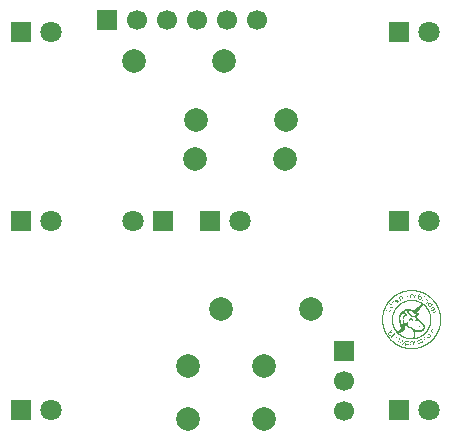
<source format=gbr>
%TF.GenerationSoftware,KiCad,Pcbnew,9.0.7*%
%TF.CreationDate,2026-01-25T23:07:14+01:00*%
%TF.ProjectId,DiceDIP_UpperPart,44696365-4449-4505-9f55-707065725061,rev?*%
%TF.SameCoordinates,Original*%
%TF.FileFunction,Soldermask,Top*%
%TF.FilePolarity,Negative*%
%FSLAX46Y46*%
G04 Gerber Fmt 4.6, Leading zero omitted, Abs format (unit mm)*
G04 Created by KiCad (PCBNEW 9.0.7) date 2026-01-25 23:07:14*
%MOMM*%
%LPD*%
G01*
G04 APERTURE LIST*
%ADD10C,0.000000*%
%ADD11C,0.083333*%
%ADD12C,2.000000*%
%ADD13R,1.800000X1.800000*%
%ADD14C,1.800000*%
%ADD15R,1.700000X1.700000*%
%ADD16C,1.700000*%
G04 APERTURE END LIST*
D10*
%TO.C,blinkyparts_logo_5mm*%
G36*
X134942589Y-105064756D02*
G01*
X134952707Y-105076869D01*
X134951940Y-105093233D01*
X134940055Y-105102803D01*
X134683132Y-105188850D01*
X134669797Y-105150313D01*
X134926772Y-105064256D01*
X134942589Y-105064756D01*
G37*
G36*
X134827167Y-105365922D02*
G01*
X134827155Y-105365923D01*
X134827157Y-105365921D01*
X134827167Y-105365922D01*
G37*
G36*
X134841608Y-105340156D02*
G01*
X134840338Y-105356283D01*
X134827157Y-105365921D01*
X134810491Y-105364422D01*
X134800847Y-105351232D01*
X134745136Y-105151129D01*
X134785526Y-105137965D01*
X134841608Y-105340156D01*
G37*
G36*
X135929848Y-105511616D02*
G01*
X135929838Y-105511619D01*
X135929846Y-105511615D01*
X135929848Y-105511616D01*
G37*
G36*
X135945402Y-105350222D02*
G01*
X135951718Y-105488249D01*
X135946012Y-105504992D01*
X135929846Y-105511615D01*
X135913132Y-105506496D01*
X135905918Y-105490346D01*
X135901312Y-105389910D01*
X135910345Y-105342999D01*
X135945402Y-105350222D01*
G37*
G36*
X134250134Y-101812152D02*
G01*
X134255754Y-101826368D01*
X134248902Y-101840408D01*
X134141392Y-101944910D01*
X134127163Y-101951361D01*
X134113112Y-101945340D01*
X134107492Y-101931124D01*
X134113933Y-101916662D01*
X134221444Y-101812161D01*
X134236082Y-101806131D01*
X134250134Y-101812152D01*
G37*
G36*
X136355257Y-105106918D02*
G01*
X136364900Y-105118774D01*
X136363267Y-105133978D01*
X136350673Y-105143231D01*
X136206956Y-105185849D01*
X136191363Y-105184982D01*
X136181719Y-105173126D01*
X136183353Y-105157926D01*
X136195766Y-105148109D01*
X136339500Y-105105451D01*
X136355257Y-105106918D01*
G37*
G36*
X137781933Y-102604743D02*
G01*
X137792450Y-102616571D01*
X137843363Y-102757592D01*
X137842863Y-102773414D01*
X137831580Y-102783736D01*
X137816313Y-102783002D01*
X137806346Y-102770974D01*
X137755396Y-102629953D01*
X137755383Y-102614331D01*
X137766666Y-102604009D01*
X137781933Y-102604743D01*
G37*
G36*
X134359675Y-104731700D02*
G01*
X134367931Y-104746720D01*
X134362594Y-104763583D01*
X134188963Y-104977809D01*
X134173201Y-104986986D01*
X134157162Y-104981556D01*
X134157172Y-104981550D01*
X134147626Y-104966246D01*
X134153794Y-104949300D01*
X134327425Y-104735073D01*
X134342356Y-104725986D01*
X134359675Y-104731700D01*
G37*
G36*
X134455307Y-104809175D02*
G01*
X134465270Y-104823121D01*
X134461947Y-104840495D01*
X134314321Y-105074101D01*
X134300057Y-105084565D01*
X134283499Y-105081055D01*
X134283474Y-105081048D01*
X134272207Y-105066971D01*
X134276039Y-105049914D01*
X134423665Y-104816308D01*
X134437437Y-104805531D01*
X134455307Y-104809175D01*
G37*
G36*
X134810369Y-104860740D02*
G01*
X134822325Y-104873020D01*
X134821911Y-104890157D01*
X134656074Y-105270058D01*
X134643561Y-105282558D01*
X134626661Y-105281591D01*
X134626614Y-105281580D01*
X134613882Y-105269607D01*
X134615118Y-105252164D01*
X134780957Y-104872270D01*
X134792694Y-104860073D01*
X134810369Y-104860740D01*
G37*
G36*
X134729243Y-101473097D02*
G01*
X134842278Y-101725265D01*
X134843111Y-101742933D01*
X134831028Y-101754792D01*
X134830991Y-101754792D01*
X134813028Y-101756402D01*
X134800928Y-101743785D01*
X134687894Y-101491617D01*
X134686561Y-101474189D01*
X134699478Y-101461313D01*
X134716609Y-101460719D01*
X134729243Y-101473097D01*
G37*
G36*
X135246624Y-105160775D02*
G01*
X135255936Y-105174861D01*
X135249871Y-105190405D01*
X134952734Y-105541478D01*
X134932647Y-105549855D01*
X134932641Y-105549843D01*
X134923095Y-105544703D01*
X134913902Y-105530192D01*
X134920018Y-105514507D01*
X135216587Y-105163275D01*
X135230897Y-105154797D01*
X135246624Y-105160775D01*
G37*
G36*
X134992905Y-105087869D02*
G01*
X135001184Y-105101816D01*
X135051249Y-105398230D01*
X135049609Y-105414874D01*
X135036230Y-105423310D01*
X135036209Y-105423303D01*
X135019885Y-105420536D01*
X135011205Y-105405863D01*
X134958876Y-105108809D01*
X134962213Y-105092646D01*
X134976734Y-105084526D01*
X134992905Y-105087869D01*
G37*
G36*
X136098741Y-101251685D02*
G01*
X136101475Y-101268952D01*
X136050175Y-101541089D01*
X136041341Y-101556177D01*
X136024075Y-101558904D01*
X136024076Y-101558906D01*
X136008993Y-101550078D01*
X136006259Y-101532811D01*
X136057558Y-101260673D01*
X136066391Y-101245584D01*
X136083658Y-101242857D01*
X136098741Y-101251685D01*
G37*
G36*
X136020524Y-105177289D02*
G01*
X136029314Y-105192399D01*
X136079946Y-105464662D01*
X136077179Y-105481922D01*
X136062076Y-105490712D01*
X136062076Y-105490713D01*
X136044816Y-105487946D01*
X136036026Y-105472836D01*
X135985394Y-105200573D01*
X135988161Y-105183313D01*
X136003264Y-105174523D01*
X136020524Y-105177289D01*
G37*
G36*
X136827521Y-101504138D02*
G01*
X136838171Y-101517571D01*
X136835704Y-101535088D01*
X136700201Y-101775254D01*
X136686184Y-101786926D01*
X136669471Y-101784246D01*
X136669474Y-101784245D01*
X136657508Y-101770745D01*
X136660774Y-101753006D01*
X136796277Y-101512840D01*
X136809494Y-101501391D01*
X136827521Y-101504138D01*
G37*
G36*
X137002009Y-101609380D02*
G01*
X137010593Y-101624220D01*
X137005609Y-101641192D01*
X136836226Y-101859537D01*
X136821026Y-101868581D01*
X136804876Y-101863496D01*
X136804874Y-101863495D01*
X136795008Y-101848398D01*
X136800458Y-101831787D01*
X136969843Y-101613442D01*
X136984576Y-101604038D01*
X137002009Y-101609380D01*
G37*
G36*
X137291177Y-104488822D02*
G01*
X137515329Y-104650445D01*
X137524896Y-104665318D01*
X137520379Y-104681635D01*
X137520391Y-104681635D01*
X137505644Y-104692025D01*
X137488851Y-104687165D01*
X137264701Y-104525542D01*
X137254794Y-104511146D01*
X137259511Y-104493532D01*
X137274041Y-104484439D01*
X137291177Y-104488822D01*
G37*
G36*
X133836631Y-102092494D02*
G01*
X133845640Y-102102070D01*
X133849961Y-102114033D01*
X133843433Y-102137718D01*
X133843433Y-102137719D01*
X133833975Y-102146815D01*
X133822367Y-102151398D01*
X133809924Y-102150429D01*
X133798209Y-102144521D01*
X133785476Y-102124153D01*
X133785732Y-102111187D01*
X133791407Y-102099297D01*
X133800840Y-102090731D01*
X133813070Y-102086789D01*
X133836631Y-102092494D01*
G37*
G36*
X133909633Y-101993646D02*
G01*
X133918642Y-102003222D01*
X133922963Y-102015185D01*
X133916435Y-102038871D01*
X133916435Y-102038870D01*
X133906977Y-102047966D01*
X133895369Y-102052549D01*
X133882926Y-102051582D01*
X133871211Y-102045672D01*
X133858478Y-102025304D01*
X133858734Y-102012338D01*
X133864409Y-102000448D01*
X133873842Y-101991882D01*
X133886072Y-101987940D01*
X133909633Y-101993646D01*
G37*
G36*
X134043856Y-102477401D02*
G01*
X134055251Y-102490514D01*
X134053851Y-102507385D01*
X133946804Y-102736428D01*
X133933974Y-102748605D01*
X133916321Y-102747488D01*
X133541861Y-102572485D01*
X133530217Y-102559903D01*
X133530801Y-102542001D01*
X133543914Y-102530606D01*
X133561283Y-102530939D01*
X133917101Y-102697234D01*
X134014438Y-102488963D01*
X134027020Y-102477320D01*
X134043856Y-102477401D01*
G37*
G36*
X134438545Y-104634404D02*
G01*
X134449888Y-104654954D01*
X134449509Y-104667325D01*
X134443212Y-104679060D01*
X134433520Y-104687286D01*
X134421465Y-104690950D01*
X134408912Y-104689868D01*
X134397727Y-104683820D01*
X134397726Y-104683820D01*
X134386296Y-104662444D01*
X134387417Y-104649893D01*
X134393431Y-104638707D01*
X134403495Y-104630024D01*
X134415177Y-104626817D01*
X134438545Y-104634404D01*
G37*
G36*
X136889051Y-101395064D02*
G01*
X136903668Y-101413435D01*
X136905360Y-101425696D01*
X136901101Y-101438318D01*
X136892911Y-101448043D01*
X136881641Y-101453666D01*
X136869085Y-101454683D01*
X136857048Y-101450593D01*
X136857048Y-101450591D01*
X136842215Y-101431419D01*
X136841198Y-101418862D01*
X136845281Y-101406825D01*
X136853755Y-101396587D01*
X136864745Y-101391477D01*
X136889051Y-101395064D01*
G37*
G36*
X136432303Y-103876075D02*
G01*
X136454848Y-103885618D01*
X136472025Y-103903063D01*
X136481219Y-103925754D01*
X136481029Y-103950236D01*
X136471486Y-103972781D01*
X136454041Y-103989959D01*
X136431350Y-103999152D01*
X136406868Y-103998963D01*
X136384323Y-103989419D01*
X136367145Y-103971974D01*
X136357952Y-103949283D01*
X136358141Y-103924801D01*
X136367685Y-103902256D01*
X136385130Y-103885079D01*
X136407821Y-103875885D01*
X136432303Y-103876075D01*
G37*
G36*
X136824352Y-105176261D02*
G01*
X136836182Y-105182403D01*
X136844598Y-105192728D01*
X136848478Y-105205168D01*
X136847265Y-105218688D01*
X136841387Y-105230381D01*
X136830798Y-105238934D01*
X136830785Y-105238951D01*
X136818083Y-105242959D01*
X136804825Y-105241584D01*
X136792995Y-105235443D01*
X136784578Y-105225118D01*
X136780352Y-105212031D01*
X136781645Y-105198638D01*
X136788043Y-105186665D01*
X136798112Y-105178394D01*
X136810883Y-105174511D01*
X136824352Y-105176261D01*
G37*
G36*
X135551104Y-101230611D02*
G01*
X135552777Y-101245233D01*
X135466923Y-101538876D01*
X135459629Y-101551575D01*
X135447115Y-101557330D01*
X135447083Y-101557330D01*
X135434304Y-101555395D01*
X135423870Y-101545378D01*
X135253426Y-101291061D01*
X135250559Y-101276033D01*
X135260427Y-101262649D01*
X135275944Y-101259114D01*
X135289144Y-101267822D01*
X135437547Y-101492953D01*
X135511224Y-101234260D01*
X135521274Y-101222038D01*
X135538221Y-101220071D01*
X135551104Y-101230611D01*
G37*
G36*
X134329299Y-104522160D02*
G01*
X134336500Y-104537717D01*
X134330409Y-104553737D01*
X134101821Y-104798821D01*
X134088008Y-104817293D01*
X134081058Y-104835736D01*
X134081643Y-104852563D01*
X134089573Y-104865393D01*
X134100323Y-104875419D01*
X134106228Y-104889773D01*
X134099267Y-104904993D01*
X134082449Y-104911816D01*
X134064678Y-104903283D01*
X134059093Y-104898070D01*
X134044959Y-104880465D01*
X134036957Y-104859737D01*
X134035551Y-104837320D01*
X134040345Y-104813858D01*
X134047242Y-104798318D01*
X134056837Y-104783146D01*
X134069129Y-104768343D01*
X134297716Y-104523260D01*
X134312850Y-104515660D01*
X134329299Y-104522160D01*
G37*
G36*
X136165891Y-105148471D02*
G01*
X136177576Y-105155866D01*
X136180954Y-105168398D01*
X136175007Y-105181461D01*
X136162137Y-105186248D01*
X136144581Y-105188315D01*
X136123676Y-105191672D01*
X136104838Y-105197568D01*
X136088065Y-105206001D01*
X136067869Y-105222018D01*
X136053555Y-105242321D01*
X136046716Y-105265870D01*
X136047805Y-105291831D01*
X136022381Y-105296554D01*
X136020922Y-105272970D01*
X136023113Y-105250435D01*
X136028954Y-105228950D01*
X136038347Y-105209062D01*
X136050425Y-105191466D01*
X136065186Y-105176162D01*
X136082654Y-105163610D01*
X136102075Y-105154417D01*
X136123450Y-105148582D01*
X136147355Y-105146083D01*
X136165891Y-105148471D01*
G37*
G36*
X136205061Y-101262153D02*
G01*
X136228251Y-101268469D01*
X136244668Y-101277397D01*
X136252893Y-101288521D01*
X136251501Y-101301422D01*
X136241234Y-101311453D01*
X136227501Y-101311260D01*
X136210384Y-101306837D01*
X136189680Y-101302402D01*
X136169984Y-101301083D01*
X136151298Y-101302878D01*
X136126676Y-101310503D01*
X136105984Y-101324253D01*
X136091094Y-101343733D01*
X136082718Y-101368331D01*
X136057313Y-101363538D01*
X136064480Y-101341023D01*
X136074673Y-101320807D01*
X136087889Y-101302889D01*
X136103840Y-101287747D01*
X136121466Y-101275712D01*
X136140766Y-101266786D01*
X136161591Y-101261404D01*
X136183023Y-101259860D01*
X136205061Y-101262153D01*
G37*
G36*
X134110283Y-101793120D02*
G01*
X134310681Y-101999287D01*
X134325200Y-102011413D01*
X134340891Y-102019120D01*
X134357754Y-102022408D01*
X134374268Y-102020933D01*
X134389460Y-102014912D01*
X134403331Y-102004344D01*
X134414715Y-101993280D01*
X134430185Y-101987262D01*
X134445875Y-101994969D01*
X134452290Y-102011692D01*
X134443740Y-102028202D01*
X134434886Y-102036807D01*
X134419366Y-102049615D01*
X134402600Y-102059079D01*
X134384588Y-102065199D01*
X134366210Y-102067756D01*
X134347786Y-102067078D01*
X134329316Y-102063165D01*
X134311127Y-102055700D01*
X134294094Y-102044925D01*
X134278216Y-102030840D01*
X134077818Y-101824675D01*
X134070560Y-101808772D01*
X134077856Y-101792660D01*
X134094170Y-101785823D01*
X134110283Y-101793120D01*
G37*
G36*
X136238918Y-105023040D02*
G01*
X136249798Y-105036983D01*
X136331602Y-105312615D01*
X136338832Y-105330094D01*
X136349152Y-105344204D01*
X136362562Y-105354944D01*
X136377876Y-105361303D01*
X136394128Y-105363022D01*
X136411319Y-105360100D01*
X136426529Y-105355584D01*
X136443029Y-105357417D01*
X136453345Y-105371527D01*
X136451279Y-105389317D01*
X136436035Y-105399970D01*
X136424261Y-105403480D01*
X136404569Y-105407620D01*
X136385326Y-105408220D01*
X136366531Y-105405280D01*
X136349066Y-105399018D01*
X136333061Y-105389868D01*
X136318517Y-105377830D01*
X136305871Y-105362774D01*
X136295785Y-105345324D01*
X136288260Y-105325478D01*
X136206458Y-105049847D01*
X136207358Y-105032393D01*
X136221295Y-105021507D01*
X136238918Y-105023040D01*
G37*
G36*
X137920288Y-102634803D02*
G01*
X137919788Y-102652484D01*
X137906505Y-102664157D01*
X137636076Y-102761791D01*
X137619045Y-102770024D01*
X137605557Y-102781145D01*
X137595611Y-102795153D01*
X137590152Y-102810808D01*
X137589374Y-102827132D01*
X137593278Y-102844125D01*
X137598661Y-102859058D01*
X137597828Y-102875633D01*
X137584345Y-102886753D01*
X137566461Y-102885703D01*
X137554945Y-102871111D01*
X137550721Y-102859500D01*
X137545445Y-102840081D01*
X137543729Y-102820905D01*
X137545571Y-102801971D01*
X137550811Y-102784172D01*
X137559020Y-102767665D01*
X137570198Y-102752447D01*
X137584496Y-102738951D01*
X137601333Y-102727871D01*
X137620708Y-102719209D01*
X137891138Y-102621575D01*
X137908621Y-102621514D01*
X137920288Y-102634803D01*
G37*
G36*
X137432527Y-104355148D02*
G01*
X137454663Y-104360638D01*
X137476720Y-104370261D01*
X137498698Y-104384015D01*
X137636050Y-104483051D01*
X137645616Y-104497925D01*
X137641100Y-104514238D01*
X137641091Y-104514238D01*
X137626698Y-104524154D01*
X137609561Y-104519771D01*
X137472209Y-104420735D01*
X137449811Y-104407564D01*
X137427765Y-104400609D01*
X137406071Y-104399868D01*
X137385658Y-104404719D01*
X137368092Y-104415007D01*
X137353371Y-104430731D01*
X137342171Y-104450845D01*
X137336998Y-104471760D01*
X137337851Y-104493475D01*
X137344253Y-104514198D01*
X137356360Y-104532593D01*
X137374172Y-104548659D01*
X137355258Y-104574889D01*
X137337081Y-104558882D01*
X137322327Y-104541478D01*
X137310995Y-104522678D01*
X137303181Y-104502465D01*
X137299152Y-104481919D01*
X137298909Y-104461040D01*
X137302495Y-104440429D01*
X137309965Y-104420687D01*
X137321319Y-104401812D01*
X137335792Y-104384866D01*
X137352164Y-104371542D01*
X137370435Y-104361841D01*
X137390300Y-104355626D01*
X137410997Y-104353395D01*
X137432527Y-104355148D01*
G37*
G36*
X137552528Y-104188704D02*
G01*
X137574664Y-104194194D01*
X137596721Y-104203816D01*
X137618700Y-104217570D01*
X137756052Y-104316607D01*
X137765622Y-104331480D01*
X137761105Y-104347797D01*
X137761104Y-104347794D01*
X137746710Y-104357710D01*
X137729574Y-104353327D01*
X137592222Y-104254290D01*
X137569824Y-104241120D01*
X137547777Y-104234164D01*
X137526083Y-104233424D01*
X137505671Y-104238275D01*
X137488105Y-104248563D01*
X137473385Y-104264287D01*
X137462237Y-104284439D01*
X137457219Y-104305468D01*
X137458332Y-104327375D01*
X137465438Y-104348125D01*
X137478569Y-104366775D01*
X137497726Y-104383325D01*
X137473999Y-104416231D01*
X137454805Y-104399734D01*
X137439371Y-104381598D01*
X137427696Y-104361823D01*
X137419920Y-104340996D01*
X137416189Y-104319699D01*
X137416503Y-104297934D01*
X137420811Y-104276317D01*
X137429083Y-104255462D01*
X137441319Y-104235368D01*
X137455793Y-104218422D01*
X137472166Y-104205098D01*
X137490437Y-104195397D01*
X137510301Y-104189182D01*
X137530998Y-104186951D01*
X137552528Y-104188704D01*
G37*
G36*
X134522056Y-104856151D02*
G01*
X134544643Y-104863701D01*
X134566531Y-104875292D01*
X134588181Y-104891292D01*
X134606081Y-104909559D01*
X134620230Y-104930093D01*
X134630410Y-104952138D01*
X134635984Y-104975600D01*
X134636951Y-105000479D01*
X134634686Y-105019956D01*
X134629388Y-105039690D01*
X134621058Y-105059682D01*
X134609694Y-105079932D01*
X134528028Y-105209161D01*
X134514085Y-105219128D01*
X134497209Y-105216128D01*
X134497199Y-105216110D01*
X134486744Y-105201847D01*
X134489764Y-105184970D01*
X134571431Y-105055741D01*
X134582320Y-105035574D01*
X134589022Y-105016162D01*
X134591539Y-104997505D01*
X134590602Y-104979910D01*
X134586280Y-104963269D01*
X134578573Y-104947581D01*
X134568205Y-104933297D01*
X134555222Y-104920456D01*
X134539625Y-104909057D01*
X134523223Y-104900160D01*
X134506488Y-104893990D01*
X134489421Y-104890547D01*
X134464958Y-104890740D01*
X134442272Y-104896920D01*
X134422626Y-104909022D01*
X134407282Y-104926974D01*
X134379946Y-104909700D01*
X134394969Y-104891063D01*
X134412329Y-104876067D01*
X134432025Y-104864712D01*
X134453489Y-104856793D01*
X134475738Y-104852770D01*
X134498771Y-104852642D01*
X134522056Y-104856151D01*
G37*
G36*
X134915382Y-101394441D02*
G01*
X134938014Y-101402767D01*
X134959281Y-101415713D01*
X134974257Y-101428370D01*
X134987771Y-101443696D01*
X134999824Y-101461690D01*
X135010416Y-101482354D01*
X135072946Y-101621851D01*
X135073613Y-101638982D01*
X135061779Y-101651378D01*
X135061698Y-101651378D01*
X135044029Y-101652211D01*
X135031629Y-101640371D01*
X134969104Y-101500872D01*
X134958318Y-101480649D01*
X134945849Y-101464331D01*
X134931698Y-101451919D01*
X134916519Y-101442972D01*
X134900263Y-101437372D01*
X134882929Y-101435119D01*
X134865294Y-101435865D01*
X134847417Y-101439583D01*
X134829296Y-101446274D01*
X134812814Y-101455022D01*
X134798420Y-101465555D01*
X134786114Y-101477872D01*
X134772750Y-101498361D01*
X134765356Y-101520682D01*
X134764581Y-101543743D01*
X134771056Y-101566453D01*
X134741548Y-101579681D01*
X134734322Y-101556859D01*
X134731422Y-101534103D01*
X134732848Y-101511413D01*
X134738119Y-101489148D01*
X134747068Y-101468384D01*
X134759694Y-101449121D01*
X134775492Y-101431659D01*
X134794271Y-101417013D01*
X134816029Y-101405183D01*
X134841332Y-101395989D01*
X134866451Y-101391173D01*
X134891384Y-101390735D01*
X134915382Y-101394441D01*
G37*
G36*
X137041086Y-101656825D02*
G01*
X137063926Y-101662554D01*
X137085683Y-101672239D01*
X137106356Y-101685878D01*
X137126371Y-101703885D01*
X137142434Y-101723787D01*
X137154544Y-101745585D01*
X137162561Y-101768505D01*
X137165855Y-101792394D01*
X137164428Y-101817252D01*
X137160299Y-101836421D01*
X137153128Y-101855555D01*
X137142917Y-101874655D01*
X137129664Y-101893719D01*
X137035963Y-102014506D01*
X137021113Y-102023085D01*
X137004613Y-102018464D01*
X137004639Y-102018464D01*
X136995589Y-102003262D01*
X137000206Y-101986755D01*
X137093908Y-101865968D01*
X137106684Y-101846941D01*
X137115220Y-101828262D01*
X137119518Y-101809933D01*
X137120275Y-101792330D01*
X137117569Y-101775351D01*
X137111401Y-101758994D01*
X137102453Y-101743782D01*
X137090763Y-101729753D01*
X137076333Y-101716908D01*
X137060861Y-101706476D01*
X137044796Y-101698727D01*
X137028139Y-101693660D01*
X137003770Y-101691499D01*
X136980596Y-101695473D01*
X136959879Y-101705632D01*
X136942883Y-101722026D01*
X136917329Y-101702205D01*
X136934073Y-101685098D01*
X136952792Y-101671839D01*
X136973488Y-101662427D01*
X136995615Y-101656607D01*
X137018148Y-101654739D01*
X137041086Y-101656825D01*
G37*
G36*
X135728669Y-103233867D02*
G01*
X135747333Y-103236634D01*
X135765636Y-103241216D01*
X135783402Y-103247569D01*
X135800460Y-103255632D01*
X135816647Y-103265327D01*
X135831805Y-103276561D01*
X135845790Y-103289226D01*
X135858468Y-103303201D01*
X135869715Y-103318350D01*
X135879424Y-103334528D01*
X135887501Y-103351579D01*
X135893870Y-103369340D01*
X135898467Y-103387639D01*
X135901250Y-103406301D01*
X135902192Y-103425145D01*
X135897076Y-103450701D01*
X135882578Y-103472358D01*
X135860900Y-103486827D01*
X135835338Y-103491907D01*
X135809775Y-103486827D01*
X135788098Y-103472358D01*
X135773599Y-103450701D01*
X135768484Y-103425145D01*
X135763992Y-103402725D01*
X135751270Y-103383726D01*
X135732251Y-103371034D01*
X135709824Y-103366577D01*
X135687397Y-103371034D01*
X135668378Y-103383726D01*
X135655656Y-103402725D01*
X135651164Y-103425145D01*
X135646075Y-103450729D01*
X135631583Y-103472418D01*
X135609894Y-103486910D01*
X135584310Y-103491999D01*
X135558726Y-103486910D01*
X135537037Y-103472418D01*
X135522545Y-103450729D01*
X135517456Y-103425145D01*
X135518397Y-103406301D01*
X135521180Y-103387639D01*
X135525778Y-103369340D01*
X135532146Y-103351579D01*
X135540224Y-103334528D01*
X135549933Y-103318350D01*
X135561180Y-103303201D01*
X135573857Y-103289226D01*
X135587843Y-103276561D01*
X135603001Y-103265327D01*
X135619188Y-103255632D01*
X135636246Y-103247569D01*
X135654012Y-103241216D01*
X135672315Y-103236634D01*
X135690979Y-103233867D01*
X135709824Y-103232941D01*
X135728669Y-103233867D01*
G37*
G36*
X136969101Y-104804267D02*
G01*
X136992124Y-104809537D01*
X137004574Y-104819577D01*
X137003808Y-104836380D01*
X136993594Y-104847527D01*
X136977448Y-104847777D01*
X136952903Y-104843859D01*
X136929244Y-104845195D01*
X136906471Y-104851786D01*
X136884585Y-104863630D01*
X136868080Y-104876896D01*
X136854957Y-104892136D01*
X136845216Y-104909351D01*
X136839195Y-104927758D01*
X136836585Y-104947016D01*
X136837386Y-104967123D01*
X136841977Y-104987354D01*
X136850081Y-105007421D01*
X136861700Y-105027323D01*
X136875734Y-105045199D01*
X136891526Y-105059841D01*
X136909077Y-105071249D01*
X136927858Y-105079224D01*
X136947343Y-105083572D01*
X136967532Y-105084292D01*
X136987791Y-105081264D01*
X137007484Y-105074359D01*
X137026610Y-105063575D01*
X137043942Y-105050105D01*
X137057923Y-105035349D01*
X137068513Y-105018450D01*
X137075337Y-105000189D01*
X137083903Y-104986606D01*
X137098227Y-104982613D01*
X137112790Y-104990523D01*
X137116303Y-105005179D01*
X137109303Y-105027012D01*
X137099136Y-105047180D01*
X137085803Y-105065683D01*
X137069304Y-105082521D01*
X137049639Y-105097693D01*
X137049687Y-105097690D01*
X137030214Y-105109236D01*
X137010297Y-105117889D01*
X136989935Y-105123651D01*
X136969129Y-105126520D01*
X136948407Y-105126231D01*
X136928139Y-105123329D01*
X136908324Y-105117814D01*
X136888964Y-105109687D01*
X136870812Y-105098884D01*
X136854134Y-105085667D01*
X136838931Y-105070037D01*
X136825203Y-105051993D01*
X136813431Y-105032317D01*
X136804430Y-105012280D01*
X136798200Y-104991880D01*
X136794740Y-104971117D01*
X136793982Y-104950483D01*
X136795857Y-104930465D01*
X136800364Y-104911064D01*
X136807503Y-104892280D01*
X136817104Y-104874318D01*
X136829323Y-104857871D01*
X136844160Y-104842937D01*
X136861615Y-104829517D01*
X136881770Y-104817807D01*
X136902596Y-104809427D01*
X136924093Y-104804377D01*
X136946424Y-104802547D01*
X136969101Y-104804267D01*
G37*
G36*
X136592218Y-105014384D02*
G01*
X136611227Y-105019489D01*
X136628772Y-105027480D01*
X136639322Y-105040240D01*
X136635965Y-105056370D01*
X136621968Y-105065530D01*
X136604448Y-105063397D01*
X136584081Y-105056101D01*
X136563393Y-105054053D01*
X136541771Y-105056559D01*
X136519059Y-105064007D01*
X136501139Y-105073280D01*
X136487042Y-105084190D01*
X136476767Y-105096737D01*
X136469145Y-105115964D01*
X136471834Y-105134634D01*
X136487554Y-105153501D01*
X136500574Y-105158177D01*
X136517727Y-105159811D01*
X136540505Y-105157768D01*
X136569314Y-105151878D01*
X136596587Y-105146215D01*
X136620628Y-105143636D01*
X136641437Y-105144141D01*
X136667543Y-105149153D01*
X136687653Y-105159591D01*
X136702853Y-105173883D01*
X136713607Y-105191988D01*
X136718871Y-105208991D01*
X136720204Y-105226107D01*
X136717603Y-105243335D01*
X136711541Y-105259768D01*
X136702067Y-105275526D01*
X136689180Y-105290607D01*
X136673533Y-105304379D01*
X136655058Y-105316516D01*
X136633756Y-105327020D01*
X136633755Y-105327041D01*
X136612028Y-105334884D01*
X136589397Y-105340270D01*
X136565862Y-105343201D01*
X136542684Y-105343144D01*
X136521125Y-105339552D01*
X136501185Y-105332424D01*
X136490092Y-105319897D01*
X136492225Y-105302374D01*
X136506059Y-105291361D01*
X136522579Y-105292627D01*
X136543294Y-105299615D01*
X136566568Y-105301357D01*
X136583394Y-105299501D01*
X136600412Y-105295442D01*
X136617623Y-105289181D01*
X136641201Y-105277353D01*
X136658570Y-105264622D01*
X136669730Y-105250986D01*
X136676682Y-105229806D01*
X136673830Y-105209613D01*
X136661683Y-105193860D01*
X136641837Y-105185543D01*
X136623525Y-105183903D01*
X136600490Y-105185840D01*
X136572729Y-105191356D01*
X136545050Y-105197084D01*
X136520330Y-105199633D01*
X136498569Y-105199003D01*
X136479768Y-105195193D01*
X136459112Y-105185889D01*
X136443337Y-105172374D01*
X136432441Y-105154648D01*
X136426657Y-105136589D01*
X136424989Y-105119189D01*
X136427438Y-105102449D01*
X136433464Y-105086600D01*
X136442524Y-105071872D01*
X136454618Y-105058263D01*
X136469207Y-105046007D01*
X136485749Y-105035333D01*
X136504243Y-105026240D01*
X136527849Y-105017809D01*
X136550350Y-105013117D01*
X136571746Y-105012163D01*
X136592218Y-105014384D01*
G37*
G36*
X134538336Y-101592695D02*
G01*
X134563177Y-101597892D01*
X134587291Y-101607932D01*
X134604536Y-101618447D01*
X134620647Y-101631300D01*
X134635624Y-101646491D01*
X134649466Y-101664019D01*
X134653516Y-101679888D01*
X134644116Y-101693052D01*
X134450842Y-101830277D01*
X134456145Y-101836688D01*
X134472554Y-101850998D01*
X134490674Y-101861848D01*
X134510224Y-101868959D01*
X134530286Y-101872502D01*
X134550859Y-101872477D01*
X134571413Y-101868701D01*
X134591416Y-101860989D01*
X134610868Y-101849341D01*
X134627105Y-101835649D01*
X134641301Y-101819081D01*
X134652308Y-101800811D01*
X134658694Y-101783657D01*
X134667611Y-101770833D01*
X134681494Y-101766019D01*
X134696578Y-101774059D01*
X134699478Y-101789309D01*
X134693988Y-101805948D01*
X134685897Y-101822990D01*
X134675204Y-101840434D01*
X134662521Y-101856650D01*
X134648903Y-101870645D01*
X134634349Y-101882421D01*
X134634354Y-101882421D01*
X134614732Y-101894775D01*
X134594700Y-101904266D01*
X134574257Y-101910893D01*
X134553404Y-101914657D01*
X134532620Y-101915217D01*
X134512245Y-101913053D01*
X134492280Y-101908164D01*
X134472723Y-101900552D01*
X134454277Y-101890123D01*
X134437163Y-101877126D01*
X134421380Y-101861561D01*
X134406929Y-101843429D01*
X134394388Y-101823670D01*
X134384675Y-101803706D01*
X134377790Y-101783536D01*
X134373735Y-101763160D01*
X134372486Y-101742549D01*
X134372739Y-101738928D01*
X134414297Y-101738928D01*
X134415713Y-101759315D01*
X134420782Y-101779432D01*
X134429360Y-101799301D01*
X134429394Y-101799356D01*
X134604804Y-101674816D01*
X134602495Y-101671889D01*
X134587339Y-101657652D01*
X134570641Y-101646433D01*
X134552915Y-101638508D01*
X134534678Y-101634150D01*
X134515930Y-101633359D01*
X134497377Y-101636116D01*
X134479085Y-101642853D01*
X134461056Y-101653571D01*
X134444605Y-101667414D01*
X134431688Y-101683075D01*
X134422305Y-101700554D01*
X134416494Y-101719341D01*
X134414297Y-101738928D01*
X134372739Y-101738928D01*
X134373885Y-101722493D01*
X134377931Y-101702990D01*
X134384623Y-101684042D01*
X134393944Y-101666067D01*
X134405875Y-101649484D01*
X134420417Y-101634292D01*
X134437570Y-101620491D01*
X134455933Y-101609031D01*
X134474587Y-101600519D01*
X134493531Y-101594956D01*
X134512766Y-101592341D01*
X134538336Y-101592695D01*
G37*
G36*
X135791371Y-101540657D02*
G01*
X135791291Y-101540657D01*
X135791344Y-101540654D01*
X135791371Y-101540657D01*
G37*
G36*
X135811959Y-101214846D02*
G01*
X135831999Y-101219185D01*
X135850507Y-101226060D01*
X135867485Y-101235473D01*
X135887762Y-101251053D01*
X135904559Y-101270079D01*
X135917876Y-101292551D01*
X135925404Y-101311294D01*
X135930624Y-101331232D01*
X135933537Y-101352364D01*
X135934143Y-101374690D01*
X135927893Y-101389832D01*
X135912476Y-101394757D01*
X135675444Y-101389085D01*
X135675865Y-101397397D01*
X135680454Y-101418679D01*
X135688469Y-101438214D01*
X135699884Y-101455609D01*
X135713840Y-101470450D01*
X135730337Y-101482738D01*
X135749067Y-101492008D01*
X135769709Y-101497795D01*
X135792264Y-101500099D01*
X135813467Y-101498842D01*
X135834754Y-101494058D01*
X135854502Y-101486002D01*
X135869884Y-101476078D01*
X135884701Y-101471139D01*
X135898701Y-101475591D01*
X135905985Y-101491057D01*
X135899185Y-101505009D01*
X135884828Y-101515056D01*
X135868149Y-101523871D01*
X135849148Y-101531455D01*
X135829284Y-101536861D01*
X135809998Y-101539928D01*
X135791344Y-101540654D01*
X135768257Y-101538818D01*
X135746528Y-101534439D01*
X135726182Y-101527519D01*
X135707221Y-101518059D01*
X135690232Y-101506074D01*
X135675200Y-101492150D01*
X135662126Y-101476289D01*
X135651009Y-101458489D01*
X135642467Y-101439097D01*
X135636529Y-101418444D01*
X135633194Y-101396530D01*
X135632462Y-101373355D01*
X135634130Y-101351478D01*
X135676743Y-101351478D01*
X135891780Y-101356622D01*
X135891676Y-101352896D01*
X135888049Y-101332421D01*
X135881411Y-101313441D01*
X135871950Y-101296486D01*
X135859943Y-101282084D01*
X135845392Y-101270234D01*
X135828875Y-101261344D01*
X135810187Y-101255800D01*
X135789329Y-101253602D01*
X135767865Y-101254852D01*
X135748146Y-101259674D01*
X135730170Y-101268066D01*
X135714275Y-101279644D01*
X135700796Y-101294025D01*
X135689734Y-101311208D01*
X135681760Y-101330361D01*
X135676749Y-101351414D01*
X135676743Y-101351478D01*
X135634130Y-101351478D01*
X135634241Y-101350019D01*
X135638404Y-101328211D01*
X135644952Y-101307930D01*
X135653884Y-101289176D01*
X135665215Y-101271914D01*
X135678335Y-101256679D01*
X135693244Y-101243472D01*
X135709943Y-101232292D01*
X135728165Y-101223465D01*
X135747647Y-101217315D01*
X135768388Y-101213841D01*
X135790388Y-101213044D01*
X135811959Y-101214846D01*
G37*
G36*
X137584877Y-102307775D02*
G01*
X137604633Y-102311507D01*
X137623529Y-102317806D01*
X137641565Y-102326670D01*
X137658327Y-102338029D01*
X137673402Y-102351817D01*
X137686790Y-102368035D01*
X137698491Y-102386683D01*
X137707727Y-102406260D01*
X137714000Y-102425781D01*
X137717310Y-102445246D01*
X137717658Y-102464654D01*
X137714303Y-102490007D01*
X137706237Y-102514071D01*
X137693461Y-102536846D01*
X137681003Y-102552744D01*
X137666355Y-102567242D01*
X137649518Y-102580341D01*
X137630491Y-102592039D01*
X137614258Y-102594212D01*
X137602275Y-102583337D01*
X137488580Y-102375340D01*
X137481590Y-102379860D01*
X137465461Y-102394483D01*
X137452566Y-102411211D01*
X137443219Y-102429796D01*
X137437354Y-102449306D01*
X137434973Y-102469741D01*
X137436303Y-102490595D01*
X137441625Y-102511363D01*
X137450940Y-102532043D01*
X137462639Y-102549770D01*
X137477436Y-102565805D01*
X137494295Y-102578870D01*
X137510583Y-102587220D01*
X137522283Y-102597580D01*
X137525416Y-102611937D01*
X137515666Y-102625975D01*
X137500183Y-102627075D01*
X137484300Y-102619675D01*
X137468321Y-102609648D01*
X137452246Y-102596992D01*
X137437624Y-102582500D01*
X137425316Y-102567339D01*
X137415323Y-102551508D01*
X137415358Y-102551500D01*
X137405382Y-102530569D01*
X137398298Y-102509565D01*
X137394105Y-102488488D01*
X137392805Y-102467338D01*
X137394707Y-102446630D01*
X137399247Y-102426648D01*
X137406425Y-102407391D01*
X137416241Y-102388859D01*
X137428755Y-102371758D01*
X137442342Y-102357651D01*
X137521797Y-102357651D01*
X137624982Y-102546422D01*
X137628158Y-102544472D01*
X137644069Y-102531084D01*
X137657164Y-102515811D01*
X137667107Y-102499134D01*
X137673567Y-102481531D01*
X137676544Y-102463004D01*
X137675974Y-102444255D01*
X137671418Y-102425302D01*
X137662878Y-102406143D01*
X137651056Y-102388187D01*
X137637012Y-102373528D01*
X137620746Y-102362166D01*
X137602767Y-102354199D01*
X137583571Y-102349727D01*
X137563158Y-102348749D01*
X137542587Y-102351429D01*
X137521852Y-102357626D01*
X137521797Y-102357651D01*
X137442342Y-102357651D01*
X137443663Y-102356280D01*
X137460966Y-102342425D01*
X137480663Y-102330192D01*
X137501752Y-102320047D01*
X137522715Y-102312734D01*
X137543551Y-102308255D01*
X137564261Y-102306609D01*
X137584877Y-102307775D01*
G37*
G36*
X134072721Y-102054884D02*
G01*
X134093675Y-102058801D01*
X134114164Y-102065573D01*
X134134190Y-102075200D01*
X134153752Y-102087683D01*
X134171360Y-102102377D01*
X134186348Y-102118517D01*
X134198715Y-102136101D01*
X134208462Y-102155131D01*
X134215685Y-102174856D01*
X134220134Y-102194998D01*
X134221807Y-102215558D01*
X134220705Y-102236535D01*
X134216933Y-102257230D01*
X134210247Y-102277418D01*
X134200646Y-102297098D01*
X134188132Y-102316270D01*
X134173467Y-102333900D01*
X134157417Y-102348954D01*
X134139980Y-102361430D01*
X134121157Y-102371330D01*
X134101432Y-102378553D01*
X134081290Y-102383002D01*
X134066223Y-102384228D01*
X134060730Y-102384675D01*
X134039753Y-102383573D01*
X134018851Y-102379648D01*
X133998515Y-102372853D01*
X133978747Y-102363187D01*
X133959545Y-102350651D01*
X133941708Y-102335833D01*
X133926506Y-102319673D01*
X133913941Y-102302171D01*
X133904012Y-102283326D01*
X133896789Y-102263601D01*
X133892340Y-102243459D01*
X133890870Y-102225392D01*
X133933885Y-102225392D01*
X133937210Y-102245633D01*
X133944216Y-102265507D01*
X133954673Y-102283788D01*
X133968515Y-102300345D01*
X133985741Y-102315179D01*
X134004986Y-102327280D01*
X134024882Y-102335639D01*
X134045430Y-102340256D01*
X134066223Y-102340912D01*
X134086389Y-102338020D01*
X134105928Y-102331578D01*
X134124199Y-102321682D01*
X134140565Y-102308430D01*
X134155024Y-102291820D01*
X134155025Y-102291820D01*
X134166646Y-102273115D01*
X134174498Y-102253575D01*
X134178581Y-102233201D01*
X134178952Y-102212684D01*
X134175669Y-102192717D01*
X134168731Y-102173299D01*
X134158274Y-102155018D01*
X134144432Y-102138461D01*
X134127206Y-102123628D01*
X134107961Y-102111527D01*
X134088065Y-102103168D01*
X134067517Y-102098551D01*
X134046655Y-102097438D01*
X134026448Y-102100057D01*
X134006895Y-102106407D01*
X133988624Y-102116303D01*
X133972258Y-102129555D01*
X133957799Y-102146165D01*
X133946177Y-102164870D01*
X133938325Y-102184409D01*
X133934242Y-102204784D01*
X133933885Y-102225392D01*
X133890870Y-102225392D01*
X133890667Y-102222899D01*
X133891769Y-102201922D01*
X133895693Y-102181020D01*
X133902489Y-102160685D01*
X133912154Y-102140916D01*
X133924691Y-102121714D01*
X133939334Y-102104113D01*
X133955319Y-102089149D01*
X133972647Y-102076820D01*
X133991317Y-102067128D01*
X134011042Y-102059904D01*
X134031184Y-102055456D01*
X134051744Y-102053782D01*
X134072721Y-102054884D01*
G37*
G36*
X134096275Y-104263799D02*
G01*
X134101562Y-104280106D01*
X134093142Y-104295659D01*
X133960915Y-104407003D01*
X133983274Y-104406877D01*
X134005501Y-104410452D01*
X134027596Y-104417730D01*
X134049233Y-104428719D01*
X134068982Y-104443348D01*
X134086842Y-104461616D01*
X134100004Y-104479357D01*
X134110328Y-104497951D01*
X134117815Y-104517396D01*
X134122465Y-104537694D01*
X134124546Y-104558136D01*
X134123879Y-104578395D01*
X134120463Y-104598471D01*
X134114297Y-104618363D01*
X134105645Y-104637755D01*
X134094389Y-104655880D01*
X134080529Y-104672739D01*
X134064067Y-104688332D01*
X134045679Y-104702038D01*
X134026495Y-104712859D01*
X134006515Y-104720796D01*
X133985740Y-104725848D01*
X133964848Y-104728307D01*
X133956376Y-104728189D01*
X133944140Y-104728018D01*
X133923615Y-104724981D01*
X133903273Y-104719195D01*
X133883857Y-104710515D01*
X133865661Y-104699175D01*
X133848683Y-104685175D01*
X133832925Y-104668515D01*
X133832914Y-104668512D01*
X133819511Y-104650542D01*
X133808842Y-104631710D01*
X133800907Y-104612017D01*
X133795705Y-104591464D01*
X133793383Y-104570792D01*
X133793477Y-104564790D01*
X133836099Y-104564790D01*
X133837532Y-104585452D01*
X133842863Y-104605474D01*
X133851818Y-104624324D01*
X133864397Y-104642001D01*
X133864397Y-104642002D01*
X133879885Y-104657657D01*
X133897061Y-104669840D01*
X133915927Y-104678550D01*
X133936044Y-104683475D01*
X133956376Y-104684801D01*
X133976925Y-104682527D01*
X133997347Y-104676860D01*
X134016797Y-104667400D01*
X134035274Y-104654147D01*
X134051228Y-104638407D01*
X134063711Y-104620978D01*
X134072722Y-104601859D01*
X134078655Y-104581828D01*
X134080807Y-104561566D01*
X134079178Y-104541074D01*
X134073805Y-104521001D01*
X134064724Y-104502001D01*
X134051934Y-104484075D01*
X134036656Y-104468670D01*
X134019606Y-104456637D01*
X134000784Y-104447976D01*
X133980866Y-104442884D01*
X133960533Y-104441558D01*
X133939784Y-104443999D01*
X133919622Y-104449873D01*
X133900449Y-104459356D01*
X133882265Y-104472449D01*
X133866018Y-104488350D01*
X133853259Y-104505756D01*
X133843988Y-104524666D01*
X133838251Y-104544528D01*
X133836099Y-104564790D01*
X133793477Y-104564790D01*
X133793704Y-104550295D01*
X133796671Y-104529973D01*
X133802282Y-104509825D01*
X133810883Y-104490429D01*
X133821984Y-104472290D01*
X133835584Y-104455408D01*
X133851685Y-104439785D01*
X134063964Y-104261029D01*
X134080352Y-104254922D01*
X134096275Y-104263799D01*
G37*
G36*
X135430581Y-105181295D02*
G01*
X135453137Y-105185445D01*
X135474120Y-105192141D01*
X135493531Y-105201383D01*
X135511369Y-105213172D01*
X135527349Y-105226805D01*
X135541118Y-105242165D01*
X135552675Y-105259251D01*
X135562019Y-105278063D01*
X135569122Y-105298229D01*
X135573374Y-105319303D01*
X135574775Y-105341284D01*
X135573324Y-105364172D01*
X135569241Y-105386477D01*
X135562676Y-105407291D01*
X135553631Y-105426614D01*
X135542103Y-105444446D01*
X135528793Y-105460504D01*
X135513821Y-105474432D01*
X135497187Y-105486230D01*
X135478890Y-105495897D01*
X135459376Y-105502823D01*
X135439018Y-105506979D01*
X135417816Y-105508365D01*
X135417555Y-105508349D01*
X135395771Y-105506980D01*
X135370708Y-105502048D01*
X135347649Y-105493677D01*
X135326592Y-105481867D01*
X135308481Y-105466997D01*
X135293380Y-105450128D01*
X135281290Y-105431260D01*
X135260145Y-105602823D01*
X135251707Y-105618373D01*
X135235162Y-105622850D01*
X135235166Y-105622843D01*
X135219035Y-105614340D01*
X135215214Y-105597283D01*
X135245433Y-105352093D01*
X135292177Y-105352093D01*
X135294672Y-105373530D01*
X135300713Y-105393955D01*
X135310031Y-105412349D01*
X135322262Y-105428470D01*
X135337408Y-105442316D01*
X135354937Y-105453364D01*
X135374325Y-105461085D01*
X135395570Y-105465480D01*
X135395554Y-105465480D01*
X135417555Y-105466415D01*
X135438433Y-105463657D01*
X135458186Y-105457206D01*
X135476238Y-105447452D01*
X135492017Y-105434784D01*
X135505523Y-105419202D01*
X135516665Y-105400894D01*
X135524482Y-105380728D01*
X135528973Y-105358705D01*
X135530000Y-105335990D01*
X135527315Y-105314529D01*
X135520921Y-105294323D01*
X135511604Y-105275929D01*
X135499373Y-105259808D01*
X135484228Y-105245962D01*
X135466673Y-105234583D01*
X135447114Y-105226643D01*
X135425552Y-105222142D01*
X135403868Y-105221312D01*
X135383161Y-105224289D01*
X135363433Y-105231072D01*
X135345381Y-105240826D01*
X135329601Y-105253494D01*
X135316096Y-105269076D01*
X135305309Y-105287164D01*
X135297687Y-105307354D01*
X135293228Y-105329646D01*
X135292177Y-105352093D01*
X135245433Y-105352093D01*
X135249160Y-105321849D01*
X135253464Y-105299867D01*
X135260175Y-105279367D01*
X135269295Y-105260349D01*
X135280822Y-105242813D01*
X135294673Y-105226859D01*
X135310105Y-105213099D01*
X135327119Y-105201533D01*
X135345713Y-105192162D01*
X135365774Y-105185304D01*
X135386606Y-105181207D01*
X135408208Y-105179871D01*
X135430581Y-105181295D01*
G37*
G36*
X135797261Y-105194150D02*
G01*
X135818775Y-105197247D01*
X135839166Y-105203120D01*
X135858434Y-105211769D01*
X135876474Y-105222530D01*
X135892622Y-105235365D01*
X135906879Y-105250272D01*
X135919245Y-105267253D01*
X135929665Y-105285941D01*
X135937499Y-105305999D01*
X135942747Y-105327426D01*
X135945408Y-105350222D01*
X135927848Y-105365152D01*
X135927518Y-105385840D01*
X135924663Y-105405614D01*
X135919282Y-105424475D01*
X135911375Y-105442421D01*
X135897776Y-105463906D01*
X135880776Y-105482538D01*
X135860375Y-105498318D01*
X135843436Y-105507590D01*
X135825212Y-105514495D01*
X135805702Y-105519030D01*
X135787724Y-105520904D01*
X135784907Y-105521198D01*
X135784908Y-105521196D01*
X135762821Y-105520881D01*
X135741789Y-105517871D01*
X135721810Y-105512165D01*
X135702885Y-105503763D01*
X135685347Y-105492721D01*
X135669558Y-105479686D01*
X135655516Y-105464658D01*
X135643223Y-105447637D01*
X135633354Y-105428960D01*
X135626002Y-105408991D01*
X135621166Y-105387729D01*
X135618845Y-105365175D01*
X135618869Y-105363157D01*
X135662900Y-105363157D01*
X135665661Y-105385461D01*
X135671907Y-105406168D01*
X135681638Y-105425276D01*
X135694231Y-105441834D01*
X135709187Y-105455668D01*
X135726505Y-105466777D01*
X135745637Y-105474730D01*
X135766045Y-105479092D01*
X135787727Y-105479863D01*
X135787724Y-105479866D01*
X135809506Y-105477115D01*
X135829430Y-105470905D01*
X135847496Y-105461236D01*
X135863658Y-105448593D01*
X135877091Y-105433460D01*
X135887794Y-105415836D01*
X135895714Y-105395919D01*
X135900038Y-105374728D01*
X135900766Y-105352264D01*
X135898003Y-105329698D01*
X135891758Y-105308991D01*
X135882031Y-105290144D01*
X135869764Y-105273571D01*
X135855004Y-105259729D01*
X135837751Y-105248617D01*
X135818864Y-105240327D01*
X135798448Y-105235770D01*
X135776501Y-105234944D01*
X135754983Y-105237760D01*
X135735069Y-105244164D01*
X135716758Y-105254157D01*
X135700530Y-105266803D01*
X135686902Y-105281945D01*
X135675873Y-105299584D01*
X135667947Y-105319240D01*
X135663623Y-105340431D01*
X135662900Y-105363157D01*
X135618869Y-105363157D01*
X135619120Y-105342245D01*
X135622095Y-105320442D01*
X135627769Y-105299765D01*
X135636143Y-105280216D01*
X135647160Y-105262164D01*
X135660178Y-105246008D01*
X135675196Y-105231746D01*
X135692214Y-105219379D01*
X135710868Y-105208997D01*
X135730820Y-105201278D01*
X135752072Y-105196222D01*
X135774622Y-105193829D01*
X135797261Y-105194150D01*
G37*
G36*
X136447561Y-101185473D02*
G01*
X136460111Y-101197156D01*
X136460278Y-101214843D01*
X136398903Y-101376441D01*
X136418378Y-101365459D01*
X136439537Y-101357772D01*
X136462379Y-101353379D01*
X136486629Y-101352456D01*
X136511000Y-101355633D01*
X136535491Y-101362908D01*
X136555620Y-101372007D01*
X136573685Y-101383232D01*
X136589684Y-101396580D01*
X136603619Y-101412054D01*
X136615381Y-101428903D01*
X136624651Y-101446929D01*
X136631431Y-101466131D01*
X136635719Y-101486511D01*
X136637591Y-101507662D01*
X136636573Y-101528974D01*
X136632666Y-101550445D01*
X136625869Y-101572077D01*
X136616470Y-101592996D01*
X136604972Y-101611782D01*
X136591375Y-101628435D01*
X136575679Y-101642953D01*
X136558621Y-101655264D01*
X136540386Y-101665085D01*
X136520975Y-101672414D01*
X136500388Y-101677252D01*
X136479202Y-101679111D01*
X136470996Y-101678706D01*
X136457787Y-101678053D01*
X136436144Y-101674079D01*
X136414273Y-101667187D01*
X136414299Y-101667187D01*
X136393848Y-101658004D01*
X136375366Y-101646739D01*
X136358854Y-101633393D01*
X136344313Y-101617964D01*
X136332229Y-101601032D01*
X136322542Y-101582965D01*
X136315251Y-101563765D01*
X136310356Y-101543431D01*
X136308437Y-101522300D01*
X136308735Y-101515082D01*
X136352914Y-101515082D01*
X136354013Y-101536114D01*
X136358663Y-101556258D01*
X136366635Y-101575010D01*
X136377929Y-101592368D01*
X136392325Y-101607270D01*
X136409318Y-101619384D01*
X136428908Y-101628711D01*
X136428916Y-101628711D01*
X136450063Y-101634856D01*
X136470996Y-101637146D01*
X136491716Y-101635581D01*
X136511688Y-101630099D01*
X136530099Y-101621368D01*
X136546948Y-101609388D01*
X136562036Y-101594503D01*
X136574429Y-101576777D01*
X136584126Y-101556211D01*
X136590409Y-101534698D01*
X136592837Y-101513398D01*
X136591409Y-101492311D01*
X136586856Y-101471923D01*
X136578883Y-101453171D01*
X136567493Y-101436057D01*
X136553035Y-101421132D01*
X136535859Y-101408948D01*
X136515965Y-101399505D01*
X136495124Y-101393476D01*
X136474374Y-101391256D01*
X136453715Y-101392843D01*
X136433834Y-101398082D01*
X136415423Y-101406813D01*
X136398481Y-101419037D01*
X136383722Y-101433977D01*
X136371582Y-101451589D01*
X136362063Y-101471873D01*
X136355598Y-101493668D01*
X136352914Y-101515082D01*
X136308735Y-101515082D01*
X136309314Y-101501053D01*
X136312987Y-101479688D01*
X136319456Y-101458205D01*
X136417991Y-101198768D01*
X136429324Y-101185465D01*
X136447561Y-101185473D01*
G37*
G36*
X137322977Y-101941708D02*
G01*
X137343128Y-101944564D01*
X137362946Y-101950105D01*
X137382163Y-101958123D01*
X137400060Y-101968795D01*
X137416637Y-101982118D01*
X137431894Y-101998094D01*
X137446834Y-102018739D01*
X137457781Y-102040530D01*
X137464737Y-102063466D01*
X137468167Y-102086473D01*
X137467945Y-102108984D01*
X137464071Y-102130998D01*
X137596194Y-102019533D01*
X137612947Y-102013861D01*
X137628514Y-102022274D01*
X137634181Y-102039027D01*
X137625764Y-102054587D01*
X137413647Y-102233538D01*
X137395334Y-102246536D01*
X137376205Y-102256857D01*
X137356259Y-102264501D01*
X137335497Y-102269469D01*
X137314832Y-102271758D01*
X137307704Y-102271598D01*
X137294347Y-102271299D01*
X137274044Y-102268091D01*
X137253921Y-102262134D01*
X137234711Y-102253724D01*
X137216765Y-102242710D01*
X137200082Y-102229091D01*
X137184664Y-102212867D01*
X137184606Y-102212866D01*
X137171020Y-102194711D01*
X137160215Y-102175749D01*
X137152191Y-102155979D01*
X137146948Y-102135402D01*
X137144668Y-102114347D01*
X137144772Y-102109091D01*
X137187649Y-102109091D01*
X137189135Y-102129802D01*
X137194481Y-102149820D01*
X137203453Y-102168661D01*
X137216051Y-102186326D01*
X137216063Y-102186326D01*
X137231524Y-102201917D01*
X137248585Y-102213934D01*
X137267248Y-102222378D01*
X137287370Y-102227283D01*
X137307704Y-102228591D01*
X137328250Y-102226300D01*
X137348666Y-102220614D01*
X137368107Y-102211136D01*
X137386571Y-102197866D01*
X137402511Y-102182111D01*
X137414977Y-102164670D01*
X137423971Y-102145544D01*
X137429890Y-102125508D01*
X137432023Y-102105244D01*
X137430371Y-102084752D01*
X137425188Y-102064934D01*
X137416216Y-102046093D01*
X137403455Y-102028228D01*
X137388163Y-102012837D01*
X137371102Y-102000820D01*
X137352272Y-101992176D01*
X137332306Y-101987053D01*
X137311846Y-101985596D01*
X137290890Y-101987805D01*
X137270523Y-101993449D01*
X137251232Y-102002801D01*
X137233017Y-102015860D01*
X137216828Y-102031826D01*
X137204211Y-102049393D01*
X137195168Y-102068561D01*
X137189661Y-102088678D01*
X137187649Y-102109091D01*
X137144772Y-102109091D01*
X137145081Y-102093519D01*
X137148185Y-102072920D01*
X137153981Y-102052549D01*
X137162644Y-102033126D01*
X137173968Y-102014919D01*
X137187952Y-101997929D01*
X137204596Y-101982155D01*
X137222727Y-101968541D01*
X137241619Y-101957652D01*
X137261270Y-101949487D01*
X137281681Y-101944047D01*
X137302495Y-101941535D01*
X137322977Y-101941708D01*
G37*
G36*
X137240068Y-104593355D02*
G01*
X137260478Y-104598319D01*
X137280345Y-104606046D01*
X137299228Y-104616493D01*
X137317126Y-104629661D01*
X137334039Y-104645549D01*
X137348623Y-104663248D01*
X137360365Y-104681883D01*
X137369264Y-104701453D01*
X137375321Y-104721958D01*
X137378771Y-104742679D01*
X137379416Y-104763297D01*
X137377254Y-104783811D01*
X137372287Y-104804221D01*
X137364754Y-104823861D01*
X137354449Y-104842462D01*
X137341370Y-104860025D01*
X137325520Y-104876550D01*
X137325519Y-104876551D01*
X137307845Y-104891161D01*
X137289285Y-104902984D01*
X137269840Y-104912017D01*
X137249511Y-104918263D01*
X137228790Y-104921711D01*
X137221504Y-104921938D01*
X137208172Y-104922354D01*
X137187657Y-104920194D01*
X137167246Y-104915229D01*
X137147432Y-104907504D01*
X137128705Y-104897063D01*
X137111067Y-104883905D01*
X137094518Y-104868030D01*
X137079732Y-104850167D01*
X137067785Y-104831473D01*
X137058676Y-104811948D01*
X137052406Y-104791591D01*
X137048960Y-104770870D01*
X137048643Y-104760690D01*
X137091998Y-104760690D01*
X137095209Y-104781518D01*
X137102103Y-104801418D01*
X137112640Y-104820251D01*
X137126823Y-104838017D01*
X137143494Y-104853470D01*
X137161500Y-104865367D01*
X137180839Y-104873708D01*
X137201151Y-104878202D01*
X137221504Y-104879091D01*
X137241898Y-104876375D01*
X137261685Y-104870033D01*
X137280220Y-104860039D01*
X137297504Y-104846392D01*
X137297509Y-104846394D01*
X137312392Y-104830164D01*
X137323726Y-104812415D01*
X137331509Y-104793148D01*
X137335671Y-104773053D01*
X137336137Y-104752823D01*
X137332909Y-104732458D01*
X137326016Y-104712558D01*
X137315477Y-104693725D01*
X137301293Y-104675959D01*
X137284621Y-104660506D01*
X137266616Y-104648609D01*
X137247278Y-104640268D01*
X137226981Y-104635313D01*
X137206638Y-104634146D01*
X137186249Y-104636768D01*
X137166461Y-104643109D01*
X137147926Y-104653104D01*
X137130643Y-104666751D01*
X137115760Y-104682981D01*
X137104427Y-104700730D01*
X137096643Y-104719998D01*
X137092476Y-104740183D01*
X137091998Y-104760690D01*
X137048643Y-104760690D01*
X137048317Y-104750252D01*
X137050477Y-104729738D01*
X137055439Y-104709327D01*
X137063164Y-104689513D01*
X137073605Y-104670786D01*
X137086763Y-104653148D01*
X137102637Y-104636598D01*
X137120285Y-104622012D01*
X137138764Y-104610265D01*
X137158074Y-104601356D01*
X137178215Y-104595286D01*
X137198936Y-104591838D01*
X137219554Y-104591194D01*
X137240068Y-104593355D01*
G37*
D11*
X135744942Y-101700123D02*
X135764880Y-101700490D01*
X135784813Y-101701102D01*
X135804736Y-101701958D01*
X135824647Y-101703059D01*
X135844543Y-101704404D01*
X135864422Y-101705993D01*
X135884279Y-101707826D01*
X135904112Y-101709902D01*
X135923918Y-101712222D01*
X135943695Y-101714784D01*
X135963438Y-101717589D01*
X135983145Y-101720636D01*
X136002814Y-101723925D01*
X136022441Y-101727454D01*
X136042023Y-101731225D01*
X136061557Y-101735235D01*
X136081041Y-101739485D01*
X136100470Y-101743973D01*
X136119844Y-101748700D01*
X136139158Y-101753664D01*
X136158409Y-101758865D01*
X136177596Y-101764301D01*
X136196714Y-101769973D01*
X136215761Y-101775879D01*
X136234734Y-101782018D01*
X136253630Y-101788389D01*
X136272447Y-101794992D01*
X136291181Y-101801825D01*
X136309830Y-101808888D01*
X136328391Y-101816178D01*
X136346862Y-101823697D01*
X136365238Y-101831441D01*
X136383518Y-101839410D01*
X136401699Y-101847603D01*
X136419778Y-101856018D01*
X136437752Y-101864655D01*
X136455619Y-101873511D01*
X136473376Y-101882586D01*
X136491021Y-101891879D01*
X136508550Y-101901387D01*
X136525961Y-101911109D01*
X136543251Y-101921045D01*
X136560418Y-101931192D01*
X136577459Y-101941549D01*
X136594372Y-101952114D01*
X136611154Y-101962886D01*
X136627803Y-101973863D01*
X136644315Y-101985043D01*
X136660689Y-101996426D01*
X136676923Y-102008008D01*
X136693012Y-102019789D01*
X136708957Y-102031766D01*
X136724752Y-102043938D01*
X136740398Y-102056303D01*
X136755890Y-102068859D01*
X136771227Y-102081604D01*
X136786407Y-102094536D01*
X136801427Y-102107654D01*
X136816284Y-102120955D01*
X136830978Y-102134438D01*
X136845504Y-102148099D01*
X136859862Y-102161938D01*
X136874050Y-102175952D01*
X136888064Y-102190139D01*
X136901903Y-102204497D01*
X136915564Y-102219024D01*
X136929047Y-102233718D01*
X136942348Y-102248575D01*
X136955465Y-102263595D01*
X136968398Y-102278775D01*
X136981143Y-102294112D01*
X136993699Y-102309604D01*
X137006064Y-102325250D01*
X137018236Y-102341045D01*
X137030213Y-102356990D01*
X137041994Y-102373079D01*
X137053576Y-102389313D01*
X137064959Y-102405687D01*
X137076139Y-102422199D01*
X137087116Y-102438848D01*
X137097888Y-102455630D01*
X137108453Y-102472543D01*
X137118810Y-102489584D01*
X137128957Y-102506751D01*
X137138892Y-102524041D01*
X137148615Y-102541452D01*
X137158123Y-102558981D01*
X137167415Y-102576625D01*
X137176491Y-102594382D01*
X137185347Y-102612250D01*
X137193984Y-102630224D01*
X137202399Y-102648303D01*
X137210592Y-102666484D01*
X137218561Y-102684764D01*
X137226305Y-102703140D01*
X137233823Y-102721610D01*
X137241114Y-102740171D01*
X137248177Y-102758821D01*
X137255010Y-102777555D01*
X137261613Y-102796372D01*
X137267984Y-102815268D01*
X137274123Y-102834241D01*
X137280029Y-102853288D01*
X137285701Y-102872406D01*
X137291137Y-102891593D01*
X137296338Y-102910844D01*
X137301302Y-102930158D01*
X137306029Y-102949532D01*
X137310517Y-102968961D01*
X137314767Y-102988445D01*
X137318777Y-103007979D01*
X137322548Y-103027561D01*
X137326077Y-103047188D01*
X137329366Y-103066856D01*
X137332413Y-103086564D01*
X137335218Y-103106307D01*
X137337780Y-103126084D01*
X137340100Y-103145890D01*
X137342176Y-103165723D01*
X137344009Y-103185580D01*
X137345598Y-103205459D01*
X137346943Y-103225355D01*
X137348044Y-103245266D01*
X137348900Y-103265189D01*
X137349512Y-103285121D01*
X137349879Y-103305060D01*
X137350001Y-103325001D01*
X137349879Y-103344942D01*
X137349512Y-103364880D01*
X137348900Y-103384813D01*
X137348044Y-103404736D01*
X137346943Y-103424647D01*
X137345598Y-103444543D01*
X137344009Y-103464422D01*
X137342176Y-103484279D01*
X137340100Y-103504112D01*
X137337780Y-103523918D01*
X137335218Y-103543695D01*
X137332413Y-103563438D01*
X137329366Y-103583145D01*
X137326077Y-103602814D01*
X137322548Y-103622441D01*
X137318777Y-103642023D01*
X137314767Y-103661557D01*
X137310517Y-103681041D01*
X137306029Y-103700470D01*
X137301302Y-103719844D01*
X137296338Y-103739158D01*
X137291137Y-103758409D01*
X137285701Y-103777596D01*
X137280029Y-103796714D01*
X137274123Y-103815761D01*
X137267984Y-103834734D01*
X137261613Y-103853630D01*
X137255010Y-103872447D01*
X137248177Y-103891181D01*
X137241114Y-103909830D01*
X137233823Y-103928391D01*
X137226305Y-103946862D01*
X137218561Y-103965238D01*
X137210592Y-103983518D01*
X137202399Y-104001699D01*
X137193984Y-104019778D01*
X137185347Y-104037752D01*
X137176491Y-104055619D01*
X137167415Y-104073376D01*
X137158123Y-104091021D01*
X137148615Y-104108550D01*
X137138892Y-104125961D01*
X137128957Y-104143251D01*
X137118810Y-104160418D01*
X137108453Y-104177459D01*
X137097888Y-104194372D01*
X137087116Y-104211154D01*
X137076139Y-104227803D01*
X137064959Y-104244315D01*
X137053576Y-104260689D01*
X137041994Y-104276923D01*
X137030213Y-104293012D01*
X137018236Y-104308957D01*
X137006064Y-104324752D01*
X136993699Y-104340398D01*
X136981143Y-104355890D01*
X136968398Y-104371227D01*
X136955465Y-104386407D01*
X136942348Y-104401427D01*
X136929047Y-104416284D01*
X136915564Y-104430978D01*
X136901903Y-104445504D01*
X136888064Y-104459862D01*
X136874050Y-104474050D01*
X136859862Y-104488064D01*
X136845504Y-104501903D01*
X136830978Y-104515564D01*
X136816284Y-104529047D01*
X136801427Y-104542348D01*
X136786407Y-104555465D01*
X136771227Y-104568398D01*
X136755890Y-104581143D01*
X136740398Y-104593699D01*
X136724752Y-104606064D01*
X136708957Y-104618236D01*
X136693012Y-104630213D01*
X136676923Y-104641994D01*
X136660689Y-104653576D01*
X136644315Y-104664959D01*
X136627803Y-104676139D01*
X136611154Y-104687116D01*
X136594372Y-104697888D01*
X136577459Y-104708453D01*
X136560418Y-104718810D01*
X136543251Y-104728957D01*
X136525961Y-104738892D01*
X136508550Y-104748615D01*
X136491021Y-104758123D01*
X136473376Y-104767415D01*
X136455619Y-104776491D01*
X136437752Y-104785347D01*
X136419778Y-104793984D01*
X136401699Y-104802399D01*
X136383518Y-104810592D01*
X136365238Y-104818561D01*
X136346862Y-104826305D01*
X136328391Y-104833823D01*
X136309830Y-104841114D01*
X136291181Y-104848177D01*
X136272447Y-104855010D01*
X136253630Y-104861613D01*
X136234734Y-104867984D01*
X136215761Y-104874123D01*
X136196714Y-104880029D01*
X136177596Y-104885701D01*
X136158409Y-104891137D01*
X136139158Y-104896338D01*
X136119844Y-104901302D01*
X136100470Y-104906029D01*
X136081041Y-104910517D01*
X136061557Y-104914767D01*
X136042023Y-104918777D01*
X136022441Y-104922548D01*
X136002814Y-104926077D01*
X135983145Y-104929366D01*
X135963438Y-104932413D01*
X135943695Y-104935218D01*
X135923918Y-104937780D01*
X135904112Y-104940100D01*
X135884279Y-104942176D01*
X135864422Y-104944009D01*
X135844543Y-104945598D01*
X135824647Y-104946943D01*
X135804736Y-104948044D01*
X135784813Y-104948900D01*
X135764880Y-104949512D01*
X135744942Y-104949879D01*
X135725001Y-104950001D01*
X135705060Y-104949879D01*
X135685121Y-104949512D01*
X135665189Y-104948900D01*
X135645266Y-104948044D01*
X135625355Y-104946943D01*
X135605459Y-104945598D01*
X135585580Y-104944009D01*
X135565723Y-104942176D01*
X135545890Y-104940100D01*
X135526084Y-104937780D01*
X135506307Y-104935218D01*
X135486564Y-104932413D01*
X135466856Y-104929366D01*
X135447188Y-104926077D01*
X135427561Y-104922548D01*
X135407979Y-104918777D01*
X135388445Y-104914767D01*
X135368961Y-104910517D01*
X135349532Y-104906029D01*
X135330158Y-104901302D01*
X135310844Y-104896338D01*
X135291593Y-104891137D01*
X135272406Y-104885701D01*
X135253288Y-104880029D01*
X135234241Y-104874123D01*
X135215268Y-104867984D01*
X135196372Y-104861613D01*
X135177555Y-104855010D01*
X135158821Y-104848177D01*
X135140171Y-104841114D01*
X135121610Y-104833823D01*
X135103140Y-104826305D01*
X135084764Y-104818561D01*
X135066484Y-104810592D01*
X135048303Y-104802399D01*
X135030224Y-104793984D01*
X135012250Y-104785347D01*
X134994382Y-104776491D01*
X134976625Y-104767415D01*
X134958981Y-104758123D01*
X134941452Y-104748615D01*
X134924041Y-104738892D01*
X134906751Y-104728957D01*
X134889584Y-104718810D01*
X134872543Y-104708453D01*
X134855630Y-104697888D01*
X134838848Y-104687116D01*
X134822199Y-104676139D01*
X134805687Y-104664959D01*
X134789313Y-104653576D01*
X134773079Y-104641994D01*
X134756990Y-104630213D01*
X134741045Y-104618236D01*
X134725250Y-104606064D01*
X134709604Y-104593699D01*
X134694112Y-104581143D01*
X134678775Y-104568398D01*
X134663595Y-104555465D01*
X134648575Y-104542348D01*
X134633718Y-104529047D01*
X134619024Y-104515564D01*
X134604497Y-104501903D01*
X134590139Y-104488064D01*
X134575952Y-104474050D01*
X134561938Y-104459862D01*
X134548099Y-104445504D01*
X134534438Y-104430978D01*
X134520955Y-104416284D01*
X134507654Y-104401427D01*
X134494536Y-104386407D01*
X134481604Y-104371227D01*
X134468859Y-104355890D01*
X134456303Y-104340398D01*
X134443938Y-104324752D01*
X134431766Y-104308957D01*
X134419789Y-104293012D01*
X134408008Y-104276923D01*
X134396426Y-104260689D01*
X134385043Y-104244315D01*
X134373863Y-104227803D01*
X134362886Y-104211154D01*
X134352114Y-104194372D01*
X134341549Y-104177459D01*
X134331192Y-104160418D01*
X134321045Y-104143251D01*
X134311109Y-104125961D01*
X134301387Y-104108550D01*
X134291879Y-104091021D01*
X134282586Y-104073376D01*
X134273511Y-104055619D01*
X134264655Y-104037752D01*
X134256018Y-104019778D01*
X134247603Y-104001699D01*
X134239410Y-103983518D01*
X134231441Y-103965238D01*
X134223697Y-103946862D01*
X134216178Y-103928391D01*
X134208888Y-103909830D01*
X134201825Y-103891181D01*
X134194992Y-103872447D01*
X134188389Y-103853630D01*
X134182018Y-103834734D01*
X134175879Y-103815761D01*
X134169973Y-103796714D01*
X134164301Y-103777596D01*
X134158865Y-103758409D01*
X134153664Y-103739158D01*
X134148700Y-103719844D01*
X134143973Y-103700470D01*
X134139485Y-103681041D01*
X134135235Y-103661557D01*
X134131225Y-103642023D01*
X134127454Y-103622441D01*
X134123925Y-103602814D01*
X134120636Y-103583145D01*
X134117589Y-103563438D01*
X134114784Y-103543695D01*
X134112222Y-103523918D01*
X134109902Y-103504112D01*
X134107826Y-103484279D01*
X134105993Y-103464422D01*
X134104404Y-103444543D01*
X134103059Y-103424647D01*
X134101958Y-103404736D01*
X134101102Y-103384813D01*
X134100490Y-103364880D01*
X134100123Y-103344942D01*
X134100001Y-103325001D01*
X134100123Y-103305060D01*
X134100490Y-103285121D01*
X134101102Y-103265189D01*
X134101958Y-103245266D01*
X134103059Y-103225355D01*
X134104404Y-103205459D01*
X134105993Y-103185580D01*
X134107826Y-103165723D01*
X134109902Y-103145890D01*
X134112222Y-103126084D01*
X134114784Y-103106307D01*
X134117589Y-103086564D01*
X134120636Y-103066856D01*
X134123925Y-103047188D01*
X134127454Y-103027561D01*
X134131225Y-103007979D01*
X134135235Y-102988445D01*
X134139485Y-102968961D01*
X134143973Y-102949532D01*
X134148700Y-102930158D01*
X134153664Y-102910844D01*
X134158865Y-102891593D01*
X134164301Y-102872406D01*
X134169973Y-102853288D01*
X134175879Y-102834241D01*
X134182018Y-102815268D01*
X134188389Y-102796372D01*
X134194992Y-102777555D01*
X134201825Y-102758821D01*
X134208888Y-102740171D01*
X134216178Y-102721610D01*
X134223697Y-102703140D01*
X134231441Y-102684764D01*
X134239410Y-102666484D01*
X134247603Y-102648303D01*
X134256018Y-102630224D01*
X134264655Y-102612250D01*
X134273511Y-102594382D01*
X134282586Y-102576625D01*
X134291879Y-102558981D01*
X134301387Y-102541452D01*
X134311109Y-102524041D01*
X134321045Y-102506751D01*
X134331192Y-102489584D01*
X134341549Y-102472543D01*
X134352114Y-102455630D01*
X134362886Y-102438848D01*
X134373863Y-102422199D01*
X134385043Y-102405687D01*
X134396426Y-102389313D01*
X134408008Y-102373079D01*
X134419789Y-102356990D01*
X134431766Y-102341045D01*
X134443938Y-102325250D01*
X134456303Y-102309604D01*
X134468859Y-102294112D01*
X134481604Y-102278775D01*
X134494536Y-102263595D01*
X134507654Y-102248575D01*
X134520955Y-102233718D01*
X134534438Y-102219024D01*
X134548099Y-102204497D01*
X134561938Y-102190139D01*
X134575952Y-102175952D01*
X134590139Y-102161938D01*
X134604497Y-102148099D01*
X134619024Y-102134438D01*
X134633718Y-102120955D01*
X134648575Y-102107654D01*
X134663595Y-102094536D01*
X134678775Y-102081604D01*
X134694112Y-102068859D01*
X134709604Y-102056303D01*
X134725250Y-102043938D01*
X134741045Y-102031766D01*
X134756990Y-102019789D01*
X134773079Y-102008008D01*
X134789313Y-101996426D01*
X134805687Y-101985043D01*
X134822199Y-101973863D01*
X134838848Y-101962886D01*
X134855630Y-101952114D01*
X134872543Y-101941549D01*
X134889584Y-101931192D01*
X134906751Y-101921045D01*
X134924041Y-101911109D01*
X134941452Y-101901387D01*
X134958981Y-101891879D01*
X134976625Y-101882586D01*
X134994382Y-101873511D01*
X135012250Y-101864655D01*
X135030224Y-101856018D01*
X135048303Y-101847603D01*
X135066484Y-101839410D01*
X135084764Y-101831441D01*
X135103140Y-101823697D01*
X135121610Y-101816178D01*
X135140171Y-101808888D01*
X135158821Y-101801825D01*
X135177555Y-101794992D01*
X135196372Y-101788389D01*
X135215268Y-101782018D01*
X135234241Y-101775879D01*
X135253288Y-101769973D01*
X135272406Y-101764301D01*
X135291593Y-101758865D01*
X135310844Y-101753664D01*
X135330158Y-101748700D01*
X135349532Y-101743973D01*
X135368961Y-101739485D01*
X135388445Y-101735235D01*
X135407979Y-101731225D01*
X135427561Y-101727454D01*
X135447188Y-101723925D01*
X135466856Y-101720636D01*
X135486564Y-101717589D01*
X135506307Y-101714784D01*
X135526084Y-101712222D01*
X135545890Y-101709902D01*
X135565723Y-101707826D01*
X135585580Y-101705993D01*
X135605459Y-101704404D01*
X135625355Y-101703059D01*
X135645266Y-101701958D01*
X135665189Y-101701102D01*
X135685121Y-101700490D01*
X135705060Y-101700123D01*
X135725001Y-101700001D01*
X135744942Y-101700123D01*
D10*
G36*
X136727439Y-102024809D02*
G01*
X136743176Y-102035609D01*
X136755168Y-102050232D01*
X136762733Y-102067564D01*
X136765191Y-102086492D01*
X136761859Y-102105900D01*
X136752057Y-102124677D01*
X136241795Y-102820876D01*
X136264089Y-102820302D01*
X136286193Y-102817715D01*
X136307972Y-102813135D01*
X136329290Y-102806586D01*
X136349971Y-102800985D01*
X136369548Y-102801908D01*
X136387236Y-102808364D01*
X136402248Y-102819363D01*
X136413799Y-102833916D01*
X136421103Y-102851033D01*
X136423376Y-102869724D01*
X136419830Y-102888999D01*
X136409682Y-102907870D01*
X136393122Y-102928052D01*
X136375926Y-102947643D01*
X136358110Y-102966627D01*
X136339691Y-102984991D01*
X136320686Y-103002722D01*
X136301111Y-103019806D01*
X136280983Y-103036229D01*
X136260318Y-103051978D01*
X136239135Y-103067039D01*
X136229927Y-103073135D01*
X136217448Y-103081398D01*
X136195275Y-103095042D01*
X136172632Y-103107958D01*
X136149537Y-103120130D01*
X136161950Y-103131812D01*
X136175222Y-103144300D01*
X136189310Y-103157557D01*
X136204173Y-103171540D01*
X136219766Y-103186211D01*
X136236049Y-103201529D01*
X136252979Y-103217455D01*
X136270513Y-103233949D01*
X136288608Y-103250969D01*
X136307224Y-103268478D01*
X136326316Y-103286434D01*
X136345843Y-103304797D01*
X136365763Y-103323528D01*
X136386032Y-103342587D01*
X136406609Y-103361934D01*
X136427452Y-103381528D01*
X136448517Y-103401329D01*
X136469762Y-103421299D01*
X136491146Y-103441396D01*
X136512625Y-103461581D01*
X136534157Y-103481813D01*
X136555701Y-103502054D01*
X136577212Y-103522262D01*
X136598650Y-103542398D01*
X136619972Y-103562422D01*
X136641135Y-103582294D01*
X136662096Y-103601973D01*
X136682815Y-103621421D01*
X136703247Y-103640596D01*
X136723351Y-103659460D01*
X136743084Y-103677971D01*
X136762405Y-103696091D01*
X136781270Y-103713778D01*
X136799637Y-103730994D01*
X136817464Y-103747697D01*
X136834708Y-103763849D01*
X136849989Y-103779483D01*
X136863786Y-103796336D01*
X136876095Y-103814313D01*
X136886908Y-103833319D01*
X136896218Y-103853258D01*
X136904019Y-103874037D01*
X136910303Y-103895561D01*
X136915064Y-103917734D01*
X136918295Y-103940462D01*
X136919989Y-103963651D01*
X136920140Y-103987205D01*
X136918740Y-104011030D01*
X136915783Y-104035031D01*
X136911262Y-104059113D01*
X136905170Y-104083181D01*
X136897501Y-104107141D01*
X136888247Y-104130898D01*
X136877401Y-104154357D01*
X136864958Y-104177423D01*
X136859546Y-104186423D01*
X136853077Y-104196478D01*
X136845509Y-104207454D01*
X136836804Y-104219214D01*
X136826921Y-104231625D01*
X136815819Y-104244549D01*
X136803458Y-104257852D01*
X136789799Y-104271398D01*
X136774801Y-104285052D01*
X136758424Y-104298678D01*
X136740628Y-104312141D01*
X136721372Y-104325305D01*
X136700616Y-104338035D01*
X136678321Y-104350196D01*
X136654446Y-104361651D01*
X136628951Y-104372266D01*
X136601795Y-104381906D01*
X136572939Y-104390434D01*
X136542343Y-104397715D01*
X136509965Y-104403614D01*
X136475766Y-104407995D01*
X136439707Y-104410723D01*
X136401745Y-104411662D01*
X136376428Y-104411295D01*
X136351153Y-104410277D01*
X136325933Y-104408611D01*
X136300782Y-104406299D01*
X136275710Y-104403343D01*
X136250730Y-104399746D01*
X136225856Y-104395510D01*
X136201097Y-104390637D01*
X136176469Y-104385129D01*
X136151981Y-104378989D01*
X136127648Y-104372219D01*
X136103480Y-104364821D01*
X136079491Y-104356798D01*
X136055693Y-104348151D01*
X136062087Y-104373197D01*
X136067802Y-104398361D01*
X136072839Y-104423630D01*
X136077197Y-104448990D01*
X136080877Y-104474429D01*
X136083878Y-104499931D01*
X136086202Y-104525485D01*
X136087848Y-104551075D01*
X136088817Y-104576689D01*
X136089108Y-104602314D01*
X136088722Y-104627935D01*
X136087660Y-104653539D01*
X136085920Y-104679112D01*
X136083504Y-104704642D01*
X136080412Y-104730114D01*
X136076644Y-104755514D01*
X136072200Y-104780830D01*
X136067081Y-104806048D01*
X136061285Y-104831154D01*
X136054815Y-104856135D01*
X136047670Y-104880976D01*
X136038747Y-104899544D01*
X136026585Y-104913126D01*
X136012065Y-104922014D01*
X135996069Y-104926500D01*
X135979478Y-104926876D01*
X135963173Y-104923433D01*
X135948037Y-104916464D01*
X135934950Y-104906261D01*
X135924795Y-104893115D01*
X135918452Y-104877319D01*
X135916804Y-104859164D01*
X135920731Y-104838942D01*
X135931159Y-104803926D01*
X135939453Y-104768761D01*
X135945768Y-104733606D01*
X135950260Y-104698619D01*
X135953084Y-104663959D01*
X135954396Y-104629785D01*
X135954350Y-104596256D01*
X135953103Y-104563529D01*
X135950809Y-104531764D01*
X135947625Y-104501119D01*
X135943706Y-104471754D01*
X135939207Y-104443826D01*
X135934284Y-104417494D01*
X135929091Y-104392917D01*
X135923786Y-104370253D01*
X135918522Y-104349662D01*
X135913456Y-104331301D01*
X135908743Y-104315330D01*
X135904538Y-104301907D01*
X135900997Y-104291191D01*
X135898275Y-104283340D01*
X135896528Y-104278513D01*
X135895911Y-104276869D01*
X135873144Y-104263830D01*
X135850879Y-104250013D01*
X135829138Y-104235430D01*
X135807938Y-104220099D01*
X135787298Y-104204034D01*
X135767238Y-104187251D01*
X135747777Y-104169765D01*
X135728934Y-104151591D01*
X135710727Y-104132746D01*
X135693177Y-104113244D01*
X135662178Y-104109235D01*
X135632392Y-104104330D01*
X135603822Y-104098532D01*
X135576472Y-104091842D01*
X135550345Y-104084262D01*
X135525447Y-104075794D01*
X135501779Y-104066440D01*
X135479347Y-104056203D01*
X135458153Y-104045083D01*
X135438203Y-104033085D01*
X135419499Y-104020208D01*
X135402046Y-104006456D01*
X135385847Y-103991831D01*
X135370906Y-103976333D01*
X135357227Y-103959967D01*
X135344814Y-103942732D01*
X135333670Y-103924633D01*
X135323688Y-103901364D01*
X135315264Y-103877655D01*
X135308398Y-103853578D01*
X135303090Y-103829210D01*
X135299339Y-103804626D01*
X135297145Y-103779901D01*
X135296508Y-103755109D01*
X135297426Y-103730326D01*
X135299900Y-103705627D01*
X135303930Y-103681087D01*
X135309514Y-103656781D01*
X135316652Y-103632784D01*
X135325345Y-103609171D01*
X135335590Y-103586018D01*
X135347082Y-103569471D01*
X135360945Y-103558115D01*
X135376389Y-103551563D01*
X135392620Y-103549426D01*
X135408846Y-103551318D01*
X135424273Y-103556850D01*
X135438109Y-103565634D01*
X135449561Y-103577283D01*
X135457837Y-103591408D01*
X135462143Y-103607622D01*
X135461687Y-103625537D01*
X135455676Y-103644766D01*
X135446045Y-103667632D01*
X135438664Y-103691119D01*
X135433537Y-103715066D01*
X135430668Y-103739311D01*
X135430060Y-103763693D01*
X135431718Y-103788050D01*
X135435646Y-103812223D01*
X135441848Y-103836048D01*
X135450328Y-103859366D01*
X135463191Y-103878356D01*
X135478677Y-103895377D01*
X135496477Y-103910537D01*
X135516284Y-103923940D01*
X135537790Y-103935691D01*
X135560689Y-103945896D01*
X135584672Y-103954660D01*
X135609432Y-103962088D01*
X135634662Y-103968286D01*
X135660053Y-103973359D01*
X135685299Y-103977412D01*
X135710091Y-103980550D01*
X135734122Y-103982879D01*
X135753866Y-103987636D01*
X135771094Y-103997961D01*
X135784597Y-104013130D01*
X135801429Y-104032811D01*
X135818977Y-104051759D01*
X135837215Y-104069959D01*
X135856119Y-104087395D01*
X135875662Y-104104050D01*
X135895821Y-104119908D01*
X135916570Y-104134954D01*
X135937883Y-104149172D01*
X135959737Y-104162545D01*
X135982105Y-104175058D01*
X136004963Y-104186693D01*
X136028286Y-104197437D01*
X136052048Y-104207271D01*
X136076224Y-104216181D01*
X136100790Y-104224150D01*
X136125719Y-104231162D01*
X136156988Y-104240359D01*
X136187769Y-104248519D01*
X136218041Y-104255646D01*
X136247784Y-104261745D01*
X136276978Y-104266820D01*
X136305601Y-104270875D01*
X136333633Y-104273913D01*
X136361054Y-104275940D01*
X136387842Y-104276959D01*
X136413977Y-104276975D01*
X136439439Y-104275990D01*
X136464206Y-104274011D01*
X136488259Y-104271040D01*
X136511576Y-104267082D01*
X136534136Y-104262141D01*
X136555920Y-104256221D01*
X136576906Y-104249327D01*
X136597075Y-104241461D01*
X136616404Y-104232629D01*
X136634874Y-104222835D01*
X136652464Y-104212082D01*
X136669153Y-104200375D01*
X136684920Y-104187717D01*
X136699746Y-104174114D01*
X136713609Y-104159569D01*
X136726488Y-104144086D01*
X136738364Y-104127670D01*
X136749215Y-104110324D01*
X136761053Y-104087438D01*
X136770625Y-104063609D01*
X136777879Y-104039006D01*
X136782765Y-104013796D01*
X136785232Y-103988149D01*
X136778045Y-103990315D01*
X136758002Y-103988992D01*
X136740021Y-103981741D01*
X136725225Y-103969494D01*
X136714739Y-103953183D01*
X136709687Y-103933740D01*
X136711319Y-103913326D01*
X136719251Y-103895000D01*
X136732596Y-103880146D01*
X136750468Y-103870146D01*
X136743282Y-103861456D01*
X136727430Y-103846612D01*
X136711082Y-103831298D01*
X136694272Y-103815546D01*
X136677031Y-103799385D01*
X136659393Y-103782848D01*
X136641391Y-103765965D01*
X136623058Y-103748767D01*
X136604427Y-103731286D01*
X136585530Y-103713552D01*
X136566400Y-103695596D01*
X136547071Y-103677450D01*
X136527575Y-103659145D01*
X136507946Y-103640711D01*
X136488216Y-103622180D01*
X136468418Y-103603582D01*
X136448584Y-103584950D01*
X136428749Y-103566313D01*
X136408945Y-103547703D01*
X136389205Y-103529150D01*
X136369562Y-103510687D01*
X136350048Y-103492344D01*
X136330697Y-103474152D01*
X136311541Y-103456141D01*
X136292614Y-103438344D01*
X136273948Y-103420792D01*
X136255577Y-103403514D01*
X136237533Y-103386543D01*
X136228916Y-103402986D01*
X136225916Y-103421307D01*
X136223285Y-103441734D01*
X136216012Y-103458448D01*
X136205024Y-103471447D01*
X136191251Y-103480732D01*
X136175621Y-103486304D01*
X136159062Y-103488161D01*
X136142503Y-103486304D01*
X136126873Y-103480732D01*
X136113100Y-103471447D01*
X136102113Y-103458448D01*
X136094839Y-103441734D01*
X136092208Y-103421307D01*
X136093716Y-103398214D01*
X136097940Y-103375629D01*
X136104795Y-103353779D01*
X136114191Y-103332897D01*
X136126042Y-103313211D01*
X136140259Y-103294953D01*
X136135914Y-103290888D01*
X136124141Y-103279877D01*
X136106839Y-103263693D01*
X136085905Y-103244110D01*
X136063236Y-103222901D01*
X136040730Y-103201841D01*
X136020284Y-103182704D01*
X136003794Y-103167262D01*
X135978949Y-103169781D01*
X135953988Y-103170605D01*
X135946467Y-103170512D01*
X135943468Y-103170475D01*
X135932269Y-103170052D01*
X135920417Y-103169286D01*
X135907938Y-103168126D01*
X135894860Y-103166522D01*
X135881208Y-103164423D01*
X135867010Y-103161779D01*
X135852292Y-103158540D01*
X135837080Y-103154655D01*
X135821402Y-103150073D01*
X135805284Y-103144745D01*
X135788752Y-103138620D01*
X135771834Y-103131648D01*
X135754555Y-103123778D01*
X135736943Y-103114959D01*
X135719023Y-103105142D01*
X135700824Y-103094276D01*
X135682370Y-103082311D01*
X135663690Y-103069196D01*
X135644809Y-103054880D01*
X135625755Y-103039314D01*
X135606553Y-103022447D01*
X135587230Y-103004229D01*
X135567814Y-102984609D01*
X135548330Y-102963537D01*
X135528805Y-102940962D01*
X135509267Y-102916834D01*
X135489741Y-102891103D01*
X135470254Y-102863718D01*
X135450833Y-102834629D01*
X135431504Y-102803785D01*
X135412294Y-102771136D01*
X135393230Y-102736632D01*
X135374338Y-102700223D01*
X135355645Y-102661857D01*
X135343256Y-102634772D01*
X135490357Y-102634772D01*
X135509851Y-102673754D01*
X135529558Y-102710173D01*
X135549432Y-102744112D01*
X135569428Y-102775658D01*
X135589499Y-102804895D01*
X135609599Y-102831910D01*
X135629681Y-102856787D01*
X135649699Y-102879611D01*
X135669608Y-102900470D01*
X135689361Y-102919446D01*
X135708911Y-102936627D01*
X135728213Y-102952097D01*
X135747220Y-102965943D01*
X135765886Y-102978248D01*
X135784165Y-102989099D01*
X135802011Y-102998581D01*
X135819377Y-103006780D01*
X135836218Y-103013780D01*
X135852486Y-103019668D01*
X135868136Y-103024528D01*
X135883122Y-103028446D01*
X135897397Y-103031508D01*
X135910915Y-103033799D01*
X135923631Y-103035403D01*
X135935497Y-103036408D01*
X135946467Y-103036897D01*
X135971448Y-103034611D01*
X135996151Y-103030820D01*
X136020512Y-103025551D01*
X136044466Y-103018827D01*
X136067948Y-103010673D01*
X136090894Y-103001114D01*
X136113239Y-102990175D01*
X136134919Y-102977879D01*
X136155870Y-102964252D01*
X136176026Y-102949319D01*
X136150542Y-102943824D01*
X136125461Y-102937126D01*
X136101651Y-102929516D01*
X136100820Y-102929250D01*
X136076657Y-102920219D01*
X136053009Y-102910059D01*
X136029916Y-102898793D01*
X136007414Y-102886446D01*
X135985541Y-102873042D01*
X135964335Y-102858607D01*
X135943834Y-102843163D01*
X135924076Y-102826736D01*
X135905098Y-102809350D01*
X135886938Y-102791030D01*
X135869634Y-102771800D01*
X135853224Y-102751684D01*
X135837746Y-102730707D01*
X135820686Y-102710994D01*
X135801994Y-102693810D01*
X135801826Y-102693686D01*
X135981649Y-102693686D01*
X135999289Y-102711941D01*
X136017942Y-102729093D01*
X136037558Y-102745101D01*
X136058083Y-102759925D01*
X136079465Y-102773526D01*
X136101651Y-102785861D01*
X136132321Y-102743910D01*
X136124214Y-102722400D01*
X136116738Y-102700673D01*
X136109895Y-102678743D01*
X136103690Y-102656624D01*
X136098127Y-102634329D01*
X136093211Y-102611874D01*
X135981649Y-102693686D01*
X135801826Y-102693686D01*
X135781889Y-102679007D01*
X135760585Y-102666433D01*
X135738300Y-102655938D01*
X135715250Y-102647373D01*
X135691651Y-102640587D01*
X135667720Y-102635430D01*
X135643673Y-102631751D01*
X135619728Y-102629401D01*
X135596099Y-102628230D01*
X135573005Y-102628086D01*
X135550670Y-102628816D01*
X135529314Y-102630268D01*
X135509142Y-102632301D01*
X135490357Y-102634772D01*
X135343256Y-102634772D01*
X135337178Y-102621484D01*
X135329615Y-102609689D01*
X135318998Y-102600819D01*
X135306091Y-102595523D01*
X135291662Y-102594448D01*
X135276473Y-102598242D01*
X135261292Y-102607551D01*
X135246883Y-102623024D01*
X135234012Y-102645308D01*
X135223443Y-102675051D01*
X135217070Y-102699399D01*
X135215682Y-102724042D01*
X135219108Y-102748270D01*
X135227174Y-102771371D01*
X135239707Y-102792634D01*
X135256536Y-102811349D01*
X135394589Y-102922912D01*
X135408282Y-102937752D01*
X135416473Y-102954783D01*
X135419437Y-102972888D01*
X135417450Y-102990952D01*
X135410787Y-103007860D01*
X135399726Y-103022496D01*
X135384540Y-103033744D01*
X135365507Y-103040491D01*
X135341086Y-103043698D01*
X135317464Y-103049216D01*
X135294763Y-103056928D01*
X135273107Y-103066718D01*
X135252616Y-103078472D01*
X135233413Y-103092073D01*
X135215620Y-103107405D01*
X135199359Y-103124354D01*
X135184752Y-103142803D01*
X135171921Y-103162636D01*
X135160987Y-103183739D01*
X135152074Y-103205995D01*
X135145302Y-103229288D01*
X135140795Y-103253504D01*
X135132638Y-103275475D01*
X135117895Y-103292850D01*
X135098181Y-103304277D01*
X135075111Y-103308408D01*
X135063077Y-103307321D01*
X135042871Y-103300194D01*
X135026497Y-103287565D01*
X135014843Y-103270718D01*
X135008801Y-103250941D01*
X135009260Y-103229520D01*
X135013398Y-103205331D01*
X135019107Y-103181653D01*
X135026339Y-103158550D01*
X135035049Y-103136087D01*
X135045189Y-103114327D01*
X135056711Y-103093336D01*
X135069568Y-103073176D01*
X135083714Y-103053913D01*
X135099100Y-103035611D01*
X135115680Y-103018333D01*
X135133407Y-103002145D01*
X135152233Y-102987110D01*
X135172111Y-102973293D01*
X135192995Y-102960758D01*
X135214836Y-102949570D01*
X135172467Y-102915307D01*
X135153615Y-102898233D01*
X135136710Y-102879449D01*
X135121854Y-102859124D01*
X135109144Y-102837428D01*
X135098680Y-102814530D01*
X135090562Y-102790599D01*
X135084889Y-102765805D01*
X135059846Y-102781875D01*
X135036252Y-102798306D01*
X135014072Y-102815089D01*
X134993272Y-102832213D01*
X134973816Y-102849670D01*
X134955671Y-102867449D01*
X134938802Y-102885543D01*
X134923174Y-102903941D01*
X134908752Y-102922634D01*
X134895503Y-102941613D01*
X134883390Y-102960868D01*
X134872381Y-102980391D01*
X134862439Y-103000171D01*
X134853532Y-103020199D01*
X134845623Y-103040466D01*
X134838678Y-103060962D01*
X134832663Y-103081679D01*
X134827543Y-103102606D01*
X134823284Y-103123735D01*
X134819851Y-103145056D01*
X134817209Y-103166560D01*
X134815324Y-103188237D01*
X134814161Y-103210078D01*
X134813685Y-103232073D01*
X134813863Y-103254214D01*
X134814658Y-103276491D01*
X134816038Y-103298894D01*
X134817966Y-103321414D01*
X134820409Y-103344043D01*
X134823332Y-103366769D01*
X134826700Y-103389585D01*
X134830479Y-103412480D01*
X134834634Y-103435446D01*
X134839131Y-103458473D01*
X134843934Y-103481551D01*
X134849010Y-103504671D01*
X134854323Y-103527825D01*
X134859840Y-103551002D01*
X134865525Y-103574193D01*
X134871344Y-103597388D01*
X134877262Y-103620580D01*
X134883245Y-103643757D01*
X134889258Y-103666911D01*
X134895659Y-103691580D01*
X134902041Y-103716395D01*
X134908344Y-103741323D01*
X134914508Y-103766331D01*
X134920473Y-103791389D01*
X134926178Y-103816463D01*
X134931564Y-103841522D01*
X134936570Y-103866534D01*
X134941137Y-103891466D01*
X134945204Y-103916286D01*
X134948711Y-103940962D01*
X134951598Y-103965463D01*
X134953806Y-103989755D01*
X134955274Y-104013807D01*
X134955941Y-104037586D01*
X134955749Y-104061062D01*
X134954636Y-104084200D01*
X134952543Y-104106970D01*
X134949410Y-104129339D01*
X134945176Y-104151275D01*
X134939782Y-104172746D01*
X134933167Y-104193720D01*
X134925271Y-104214165D01*
X134916035Y-104234048D01*
X134905398Y-104253337D01*
X134893300Y-104272001D01*
X134879682Y-104290007D01*
X134864482Y-104307323D01*
X134847641Y-104323917D01*
X134872729Y-104320010D01*
X134897154Y-104313751D01*
X134920763Y-104305224D01*
X134943404Y-104294509D01*
X134964922Y-104281688D01*
X134985165Y-104266843D01*
X135003979Y-104250056D01*
X135021210Y-104231408D01*
X135031811Y-104215420D01*
X135041025Y-104198256D01*
X135048921Y-104179974D01*
X135055565Y-104160636D01*
X135061022Y-104140302D01*
X135065361Y-104119032D01*
X135068646Y-104096886D01*
X135070946Y-104073925D01*
X135072327Y-104050207D01*
X135072854Y-104025795D01*
X135072596Y-104000747D01*
X135071618Y-103975124D01*
X135069987Y-103948986D01*
X135067770Y-103922394D01*
X135065033Y-103895407D01*
X135061844Y-103868085D01*
X135058267Y-103840490D01*
X135054371Y-103812680D01*
X135050222Y-103784717D01*
X135045886Y-103756660D01*
X135041430Y-103728569D01*
X135036921Y-103700506D01*
X135032993Y-103675990D01*
X135029073Y-103651320D01*
X135025206Y-103626552D01*
X135021438Y-103601739D01*
X135017814Y-103576935D01*
X135014379Y-103552194D01*
X135011179Y-103527571D01*
X135008257Y-103503120D01*
X135009104Y-103483028D01*
X135014720Y-103466036D01*
X135024233Y-103452240D01*
X135036769Y-103441740D01*
X135051455Y-103434633D01*
X135067418Y-103431018D01*
X135083786Y-103430993D01*
X135099684Y-103434657D01*
X135114241Y-103442107D01*
X135126583Y-103453443D01*
X135135836Y-103468761D01*
X135141129Y-103488161D01*
X135143887Y-103511497D01*
X135146941Y-103535137D01*
X135150245Y-103559007D01*
X135153752Y-103583035D01*
X135157415Y-103607149D01*
X135161187Y-103631276D01*
X135165022Y-103655343D01*
X135168873Y-103679279D01*
X135173194Y-103706165D01*
X135177473Y-103733089D01*
X135181657Y-103760022D01*
X135185692Y-103786932D01*
X135189526Y-103813789D01*
X135193104Y-103840561D01*
X135196373Y-103867217D01*
X135199280Y-103893727D01*
X135201771Y-103920060D01*
X135203794Y-103946185D01*
X135205295Y-103972070D01*
X135206220Y-103997685D01*
X135206516Y-104023000D01*
X135206130Y-104047982D01*
X135205008Y-104072602D01*
X135203096Y-104096828D01*
X135200343Y-104120629D01*
X135196694Y-104143975D01*
X135192095Y-104166834D01*
X135186494Y-104189176D01*
X135179837Y-104210970D01*
X135172071Y-104232184D01*
X135163142Y-104252788D01*
X135152997Y-104272751D01*
X135141582Y-104292042D01*
X135128845Y-104310630D01*
X135112210Y-104330048D01*
X135094485Y-104348278D01*
X135075734Y-104365287D01*
X135056022Y-104381040D01*
X135035416Y-104395502D01*
X135013981Y-104408638D01*
X134991782Y-104420413D01*
X134968885Y-104430793D01*
X134945355Y-104439743D01*
X134921259Y-104447229D01*
X134896660Y-104453215D01*
X134871626Y-104457667D01*
X134846220Y-104460550D01*
X134824136Y-104463440D01*
X134799240Y-104466164D01*
X134772154Y-104468642D01*
X134743499Y-104470794D01*
X134713897Y-104472538D01*
X134683969Y-104473796D01*
X134654336Y-104474486D01*
X134625620Y-104474527D01*
X134598443Y-104473841D01*
X134573425Y-104472345D01*
X134551187Y-104469961D01*
X134532352Y-104466607D01*
X134519512Y-104455646D01*
X134507669Y-104441934D01*
X134497979Y-104425903D01*
X134491601Y-104407985D01*
X134489691Y-104388612D01*
X134493407Y-104368215D01*
X134503907Y-104347227D01*
X134522346Y-104326079D01*
X134534296Y-104325129D01*
X134561430Y-104322460D01*
X134593499Y-104319180D01*
X134620256Y-104316399D01*
X134631452Y-104315226D01*
X134654615Y-104307668D01*
X134676088Y-104299382D01*
X134695915Y-104290366D01*
X134714142Y-104280617D01*
X134730816Y-104270133D01*
X134745981Y-104258911D01*
X134759682Y-104246950D01*
X134771967Y-104234246D01*
X134782879Y-104220798D01*
X134792465Y-104206603D01*
X134800769Y-104191659D01*
X134807839Y-104175962D01*
X134813718Y-104159512D01*
X134818453Y-104142305D01*
X134822090Y-104124339D01*
X134824673Y-104105612D01*
X134826248Y-104086122D01*
X134826860Y-104065865D01*
X134826557Y-104044840D01*
X134825381Y-104023044D01*
X134823381Y-104000475D01*
X134820600Y-103977130D01*
X134817084Y-103953008D01*
X134812879Y-103928105D01*
X134808031Y-103902419D01*
X134802584Y-103875948D01*
X134796585Y-103848690D01*
X134790079Y-103820642D01*
X134783112Y-103791802D01*
X134775728Y-103762167D01*
X134767974Y-103731736D01*
X134759895Y-103700505D01*
X134754819Y-103680967D01*
X134749723Y-103661274D01*
X134744632Y-103641434D01*
X134739567Y-103621456D01*
X134734552Y-103601350D01*
X134729610Y-103581123D01*
X134724763Y-103560786D01*
X134720035Y-103540346D01*
X134715449Y-103519814D01*
X134711027Y-103499197D01*
X134706792Y-103478504D01*
X134702767Y-103457745D01*
X134698976Y-103436928D01*
X134695440Y-103416063D01*
X134692184Y-103395157D01*
X134689229Y-103374221D01*
X134686599Y-103353263D01*
X134684317Y-103332291D01*
X134682406Y-103311316D01*
X134680888Y-103290344D01*
X134679786Y-103269387D01*
X134679124Y-103248452D01*
X134678924Y-103227548D01*
X134679209Y-103206685D01*
X134680002Y-103185870D01*
X134681327Y-103165114D01*
X134683205Y-103144424D01*
X134685660Y-103123811D01*
X134688715Y-103103282D01*
X134692393Y-103082847D01*
X134696716Y-103062514D01*
X134701708Y-103042293D01*
X134707391Y-103022192D01*
X134713788Y-103002220D01*
X134720923Y-102982387D01*
X134728818Y-102962700D01*
X134737496Y-102943170D01*
X134746980Y-102923804D01*
X134757293Y-102904612D01*
X134768458Y-102885602D01*
X134780497Y-102866784D01*
X134793435Y-102848167D01*
X134807292Y-102829759D01*
X134822094Y-102811569D01*
X134837861Y-102793606D01*
X134854618Y-102775879D01*
X134872387Y-102758397D01*
X134891192Y-102741169D01*
X134911054Y-102724203D01*
X134931998Y-102707509D01*
X134954045Y-102691096D01*
X134977219Y-102674972D01*
X135001543Y-102659146D01*
X135027040Y-102643628D01*
X135053732Y-102628426D01*
X135081642Y-102613548D01*
X135110794Y-102599005D01*
X135122327Y-102572681D01*
X135133180Y-102551556D01*
X135146181Y-102532530D01*
X135161094Y-102515651D01*
X135177680Y-102500964D01*
X135195702Y-102488519D01*
X135214921Y-102478363D01*
X135235102Y-102470542D01*
X135256005Y-102465104D01*
X135277394Y-102462098D01*
X135299030Y-102461569D01*
X135320677Y-102463566D01*
X135342096Y-102468137D01*
X135363050Y-102475327D01*
X135383301Y-102485186D01*
X135402612Y-102497760D01*
X135420745Y-102513098D01*
X135435948Y-102509821D01*
X135452900Y-102506544D01*
X135471456Y-102503395D01*
X135491470Y-102500503D01*
X135512796Y-102497997D01*
X135535290Y-102496006D01*
X135558805Y-102494658D01*
X135583196Y-102494082D01*
X135608318Y-102494406D01*
X135634024Y-102495760D01*
X135660170Y-102498272D01*
X135686609Y-102502072D01*
X135713197Y-102507286D01*
X135739787Y-102514045D01*
X135766234Y-102522478D01*
X135792392Y-102532712D01*
X135818116Y-102544877D01*
X135843261Y-102559101D01*
X135867680Y-102575513D01*
X135891229Y-102594241D01*
X135989065Y-102522457D01*
X136215052Y-102522457D01*
X136217427Y-102544752D01*
X136220701Y-102566924D01*
X136224869Y-102588945D01*
X136229927Y-102610788D01*
X136387284Y-102396103D01*
X136215052Y-102522457D01*
X135989065Y-102522457D01*
X136658545Y-102031249D01*
X136672280Y-102023471D01*
X136687458Y-102019132D01*
X136687459Y-102019132D01*
X136708640Y-102018945D01*
X136727439Y-102024809D01*
G37*
G36*
X136727445Y-102024797D02*
G01*
X136743184Y-102035595D01*
X136755178Y-102050215D01*
X136762746Y-102067544D01*
X136765206Y-102086469D01*
X136761876Y-102105877D01*
X136752074Y-102124653D01*
X136241791Y-102820838D01*
X136264091Y-102820272D01*
X136286210Y-102817701D01*
X136308003Y-102813138D01*
X136329328Y-102806596D01*
X136350009Y-102800996D01*
X136369586Y-102801919D01*
X136387272Y-102808376D01*
X136402282Y-102819377D01*
X136413831Y-102833932D01*
X136421134Y-102851050D01*
X136423405Y-102869742D01*
X136419859Y-102889019D01*
X136409710Y-102907889D01*
X136393150Y-102928072D01*
X136375952Y-102947662D01*
X136358133Y-102966644D01*
X136339711Y-102985007D01*
X136320702Y-103002736D01*
X136301123Y-103019818D01*
X136280991Y-103036239D01*
X136260323Y-103051986D01*
X136239135Y-103067045D01*
X136229906Y-103073154D01*
X136217445Y-103081403D01*
X136195270Y-103095045D01*
X136172625Y-103107960D01*
X136149529Y-103120132D01*
X136161943Y-103131814D01*
X136175215Y-103144302D01*
X136189303Y-103157558D01*
X136204165Y-103171541D01*
X136219758Y-103186211D01*
X136236041Y-103201528D01*
X136252970Y-103217453D01*
X136270503Y-103233945D01*
X136288598Y-103250965D01*
X136307213Y-103268472D01*
X136326305Y-103286426D01*
X136345831Y-103304788D01*
X136365750Y-103323518D01*
X136386019Y-103342575D01*
X136406596Y-103361920D01*
X136427437Y-103381512D01*
X136448502Y-103401312D01*
X136469747Y-103421280D01*
X136491129Y-103441375D01*
X136512608Y-103461558D01*
X136534139Y-103481789D01*
X136555682Y-103502028D01*
X136577193Y-103522234D01*
X136598630Y-103542369D01*
X136619951Y-103562391D01*
X136641113Y-103582261D01*
X136662074Y-103601940D01*
X136682792Y-103621386D01*
X136703224Y-103640560D01*
X136723327Y-103659423D01*
X136743060Y-103677933D01*
X136762380Y-103696052D01*
X136781245Y-103713739D01*
X136799611Y-103730954D01*
X136817438Y-103747657D01*
X136834682Y-103763809D01*
X136849963Y-103779443D01*
X136863762Y-103796296D01*
X136876072Y-103814273D01*
X136886887Y-103833279D01*
X136896199Y-103853218D01*
X136904002Y-103873998D01*
X136910289Y-103895522D01*
X136915053Y-103917695D01*
X136918287Y-103940424D01*
X136919985Y-103963613D01*
X136920138Y-103987167D01*
X136918742Y-104010993D01*
X136915787Y-104034994D01*
X136911269Y-104059076D01*
X136905179Y-104083145D01*
X136897512Y-104107105D01*
X136888259Y-104130862D01*
X136877415Y-104154321D01*
X136864972Y-104177387D01*
X136859560Y-104186387D01*
X136853090Y-104196443D01*
X136845521Y-104207419D01*
X136836815Y-104219181D01*
X136826930Y-104231592D01*
X136815826Y-104244517D01*
X136803463Y-104257822D01*
X136789802Y-104271369D01*
X136774802Y-104285025D01*
X136758422Y-104298653D01*
X136740623Y-104312117D01*
X136721365Y-104325283D01*
X136700607Y-104338015D01*
X136678309Y-104350178D01*
X136654432Y-104361635D01*
X136628934Y-104372252D01*
X136601777Y-104381892D01*
X136572919Y-104390422D01*
X136542320Y-104397704D01*
X136509941Y-104403604D01*
X136475742Y-104407986D01*
X136439681Y-104410714D01*
X136401720Y-104411654D01*
X136376402Y-104411286D01*
X136351128Y-104410269D01*
X136325908Y-104408603D01*
X136300757Y-104406292D01*
X136275685Y-104403337D01*
X136250706Y-104399742D01*
X136225831Y-104395507D01*
X136201073Y-104390635D01*
X136176445Y-104385129D01*
X136151958Y-104378990D01*
X136127624Y-104372221D01*
X136103457Y-104364824D01*
X136079468Y-104356801D01*
X136055670Y-104348154D01*
X136062064Y-104373200D01*
X136067780Y-104398363D01*
X136072818Y-104423631D01*
X136077177Y-104448991D01*
X136080858Y-104474427D01*
X136083862Y-104499928D01*
X136086188Y-104525480D01*
X136087836Y-104551069D01*
X136088807Y-104576681D01*
X136089100Y-104602303D01*
X136088717Y-104627922D01*
X136087657Y-104653524D01*
X136085920Y-104679096D01*
X136083506Y-104704623D01*
X136080416Y-104730093D01*
X136076649Y-104755493D01*
X136072207Y-104780807D01*
X136067089Y-104806024D01*
X136061295Y-104831129D01*
X136054825Y-104856109D01*
X136047680Y-104880950D01*
X136038757Y-104899518D01*
X136026596Y-104913100D01*
X136012077Y-104921989D01*
X135996081Y-104926475D01*
X135979491Y-104926851D01*
X135963188Y-104923409D01*
X135948053Y-104916440D01*
X135934967Y-104906237D01*
X135924813Y-104893092D01*
X135918471Y-104877296D01*
X135916823Y-104859141D01*
X135920751Y-104838919D01*
X135931179Y-104803903D01*
X135939472Y-104768738D01*
X135945786Y-104733584D01*
X135950277Y-104698598D01*
X135953098Y-104663939D01*
X135954408Y-104629767D01*
X135954359Y-104596239D01*
X135953109Y-104563514D01*
X135950813Y-104531751D01*
X135947626Y-104501108D01*
X135943703Y-104471744D01*
X135939201Y-104443818D01*
X135934274Y-104417487D01*
X135929079Y-104392912D01*
X135923770Y-104370250D01*
X135918503Y-104349661D01*
X135913434Y-104331302D01*
X135908719Y-104315332D01*
X135904512Y-104301910D01*
X135900969Y-104291195D01*
X135898246Y-104283344D01*
X135896498Y-104278518D01*
X135895881Y-104276874D01*
X135873114Y-104263836D01*
X135850850Y-104250019D01*
X135829110Y-104235439D01*
X135807911Y-104220109D01*
X135787272Y-104204046D01*
X135767214Y-104187265D01*
X135747754Y-104169781D01*
X135728911Y-104151609D01*
X135710706Y-104132765D01*
X135693156Y-104113263D01*
X135662158Y-104109254D01*
X135632373Y-104104349D01*
X135603805Y-104098550D01*
X135576458Y-104091859D01*
X135550334Y-104084278D01*
X135525439Y-104075810D01*
X135501776Y-104066455D01*
X135479348Y-104056217D01*
X135458159Y-104045097D01*
X135438212Y-104033097D01*
X135419512Y-104020220D01*
X135402063Y-104006467D01*
X135385867Y-103991841D01*
X135370929Y-103976343D01*
X135357252Y-103959975D01*
X135344840Y-103942741D01*
X135333697Y-103924641D01*
X135323714Y-103901373D01*
X135315288Y-103877663D01*
X135308419Y-103853586D01*
X135303107Y-103829218D01*
X135299352Y-103804634D01*
X135297153Y-103779908D01*
X135296511Y-103755116D01*
X135297424Y-103730333D01*
X135299894Y-103705634D01*
X135303919Y-103681094D01*
X135309500Y-103656788D01*
X135316635Y-103632791D01*
X135325326Y-103609178D01*
X135335571Y-103586025D01*
X135347063Y-103569477D01*
X135360928Y-103558119D01*
X135376375Y-103551563D01*
X135392610Y-103549422D01*
X135408839Y-103551309D01*
X135424271Y-103556836D01*
X135438111Y-103565615D01*
X135449567Y-103577258D01*
X135457846Y-103591379D01*
X135462155Y-103607590D01*
X135461701Y-103625503D01*
X135455691Y-103644730D01*
X135446060Y-103667597D01*
X135438679Y-103691085D01*
X135433552Y-103715032D01*
X135430682Y-103739277D01*
X135430074Y-103763660D01*
X135431732Y-103788018D01*
X135435660Y-103812191D01*
X135441862Y-103836018D01*
X135450342Y-103859336D01*
X135463205Y-103878325D01*
X135478691Y-103895347D01*
X135496491Y-103910508D01*
X135516299Y-103923912D01*
X135537806Y-103935665D01*
X135560706Y-103945871D01*
X135584690Y-103954636D01*
X135609451Y-103962066D01*
X135634681Y-103968265D01*
X135660073Y-103973339D01*
X135685319Y-103977393D01*
X135710112Y-103980531D01*
X135734143Y-103982860D01*
X135753878Y-103987627D01*
X135771088Y-103997971D01*
X135784581Y-104013150D01*
X135801414Y-104032831D01*
X135818961Y-104051778D01*
X135837199Y-104069977D01*
X135856102Y-104087412D01*
X135875645Y-104104065D01*
X135895804Y-104119922D01*
X135916552Y-104134967D01*
X135937865Y-104149183D01*
X135959718Y-104162554D01*
X135982086Y-104175064D01*
X136004944Y-104186698D01*
X136028266Y-104197440D01*
X136052028Y-104207272D01*
X136076204Y-104216181D01*
X136100769Y-104224148D01*
X136125699Y-104231160D01*
X136156967Y-104240356D01*
X136187748Y-104248515D01*
X136218021Y-104255642D01*
X136247765Y-104261740D01*
X136276960Y-104266813D01*
X136305584Y-104270866D01*
X136333618Y-104273903D01*
X136361040Y-104275928D01*
X136387829Y-104276945D01*
X136413966Y-104276958D01*
X136439430Y-104275972D01*
X136464199Y-104273990D01*
X136488253Y-104271017D01*
X136511572Y-104267056D01*
X136534134Y-104262113D01*
X136555920Y-104256190D01*
X136576908Y-104249293D01*
X136597078Y-104241425D01*
X136616409Y-104232591D01*
X136634880Y-104222795D01*
X136652471Y-104212040D01*
X136669162Y-104200331D01*
X136684930Y-104187672D01*
X136699757Y-104174068D01*
X136713621Y-104159522D01*
X136726501Y-104144038D01*
X136738377Y-104127621D01*
X136749228Y-104110275D01*
X136761063Y-104087393D01*
X136770627Y-104063574D01*
X136777873Y-104038983D01*
X136782752Y-104013783D01*
X136785215Y-103988140D01*
X136778059Y-103990306D01*
X136758015Y-103988985D01*
X136740033Y-103981740D01*
X136725236Y-103969500D01*
X136714749Y-103953195D01*
X136709697Y-103933755D01*
X136711328Y-103913333D01*
X136719260Y-103894992D01*
X136732605Y-103880123D01*
X136750478Y-103870116D01*
X136743251Y-103861433D01*
X136727399Y-103846589D01*
X136711052Y-103831275D01*
X136694243Y-103815522D01*
X136677003Y-103799362D01*
X136659367Y-103782824D01*
X136641367Y-103765941D01*
X136623035Y-103748743D01*
X136604406Y-103731261D01*
X136585511Y-103713526D01*
X136566384Y-103695570D01*
X136547057Y-103677424D01*
X136527564Y-103659117D01*
X136507938Y-103640683D01*
X136488210Y-103622151D01*
X136468415Y-103603553D01*
X136448584Y-103584920D01*
X136428752Y-103566282D01*
X136408950Y-103547671D01*
X136389212Y-103529119D01*
X136369571Y-103510655D01*
X136350059Y-103492311D01*
X136330709Y-103474119D01*
X136311555Y-103456108D01*
X136292629Y-103438311D01*
X136273964Y-103420758D01*
X136255594Y-103403480D01*
X136237550Y-103386509D01*
X136228939Y-103402974D01*
X136225946Y-103421315D01*
X136223315Y-103441743D01*
X136216040Y-103458456D01*
X136205050Y-103471456D01*
X136191274Y-103480741D01*
X136175640Y-103486312D01*
X136159078Y-103488169D01*
X136142515Y-103486312D01*
X136126882Y-103480741D01*
X136113105Y-103471456D01*
X136102115Y-103458456D01*
X136094840Y-103441743D01*
X136092209Y-103421315D01*
X136093718Y-103398221D01*
X136097946Y-103375632D01*
X136104806Y-103353778D01*
X136114209Y-103332891D01*
X136126064Y-103313202D01*
X136140285Y-103294942D01*
X136135937Y-103290877D01*
X136124159Y-103279866D01*
X136106849Y-103263681D01*
X136085905Y-103244097D01*
X136063227Y-103222888D01*
X136040713Y-103201828D01*
X136020260Y-103182690D01*
X136003769Y-103167249D01*
X135978920Y-103169763D01*
X135953956Y-103170584D01*
X135946452Y-103170491D01*
X135943436Y-103170454D01*
X135932237Y-103170031D01*
X135920385Y-103169265D01*
X135907907Y-103168105D01*
X135894829Y-103166500D01*
X135881177Y-103164402D01*
X135866980Y-103161758D01*
X135852262Y-103158518D01*
X135837051Y-103154633D01*
X135821373Y-103150052D01*
X135805256Y-103144723D01*
X135788725Y-103138598D01*
X135771807Y-103131626D01*
X135754529Y-103123756D01*
X135736918Y-103114937D01*
X135718999Y-103105120D01*
X135700800Y-103094254D01*
X135682348Y-103082289D01*
X135663668Y-103069173D01*
X135644788Y-103054858D01*
X135625735Y-103039292D01*
X135606534Y-103022425D01*
X135587212Y-103004206D01*
X135567796Y-102984586D01*
X135548313Y-102963514D01*
X135528789Y-102940939D01*
X135509251Y-102916811D01*
X135489726Y-102891080D01*
X135470239Y-102863695D01*
X135450819Y-102834606D01*
X135431490Y-102803762D01*
X135412281Y-102771113D01*
X135393217Y-102736609D01*
X135374326Y-102700199D01*
X135355633Y-102661834D01*
X135343267Y-102634800D01*
X135490356Y-102634800D01*
X135509849Y-102673783D01*
X135529556Y-102710201D01*
X135549430Y-102744140D01*
X135569426Y-102775686D01*
X135589496Y-102804923D01*
X135609596Y-102831937D01*
X135629677Y-102856813D01*
X135649695Y-102879638D01*
X135669603Y-102900495D01*
X135689355Y-102919472D01*
X135708905Y-102936652D01*
X135728206Y-102952122D01*
X135747212Y-102965966D01*
X135765878Y-102978271D01*
X135784156Y-102989121D01*
X135802001Y-102998603D01*
X135819366Y-103006801D01*
X135836206Y-103013801D01*
X135852474Y-103019688D01*
X135868123Y-103024548D01*
X135883109Y-103028466D01*
X135897383Y-103031527D01*
X135910901Y-103033817D01*
X135923616Y-103035422D01*
X135935482Y-103036426D01*
X135946452Y-103036916D01*
X135971433Y-103034628D01*
X135996135Y-103030836D01*
X136020494Y-103025563D01*
X136044445Y-103018835D01*
X136067924Y-103010677D01*
X136090868Y-103001114D01*
X136113211Y-102990171D01*
X136134889Y-102977872D01*
X136155838Y-102964243D01*
X136175994Y-102949309D01*
X136150511Y-102943814D01*
X136125429Y-102937116D01*
X136101657Y-102929516D01*
X136100789Y-102929238D01*
X136076627Y-102920206D01*
X136052980Y-102910044D01*
X136029888Y-102898776D01*
X136007387Y-102886427D01*
X135985515Y-102873021D01*
X135964310Y-102858583D01*
X135943810Y-102843138D01*
X135924053Y-102826709D01*
X135905076Y-102809321D01*
X135886917Y-102791000D01*
X135869613Y-102771768D01*
X135853204Y-102751652D01*
X135837726Y-102730674D01*
X135820666Y-102710961D01*
X135801977Y-102693778D01*
X135801890Y-102693714D01*
X135981676Y-102693714D01*
X135999314Y-102711965D01*
X136017964Y-102729107D01*
X136037575Y-102745103D01*
X136058095Y-102759914D01*
X136079473Y-102773505D01*
X136101657Y-102785837D01*
X136132295Y-102743944D01*
X136124188Y-102722431D01*
X136116711Y-102700697D01*
X136109867Y-102678759D01*
X136103661Y-102656632D01*
X136098098Y-102634332D01*
X136093181Y-102611874D01*
X135981676Y-102693714D01*
X135801890Y-102693714D01*
X135781875Y-102678975D01*
X135760576Y-102666402D01*
X135738297Y-102655908D01*
X135715252Y-102647344D01*
X135691659Y-102640559D01*
X135667733Y-102635402D01*
X135643691Y-102631725D01*
X135619749Y-102629375D01*
X135596123Y-102628204D01*
X135573030Y-102628061D01*
X135550691Y-102628799D01*
X135529326Y-102630270D01*
X135509145Y-102632321D01*
X135490356Y-102634800D01*
X135343267Y-102634800D01*
X135337165Y-102621461D01*
X135329603Y-102609666D01*
X135318986Y-102600796D01*
X135306081Y-102595500D01*
X135291652Y-102594424D01*
X135276464Y-102598217D01*
X135261284Y-102607526D01*
X135246876Y-102622999D01*
X135234005Y-102645283D01*
X135223437Y-102675026D01*
X135217062Y-102699374D01*
X135215670Y-102724020D01*
X135219090Y-102748250D01*
X135227150Y-102771353D01*
X135239679Y-102792618D01*
X135256506Y-102811334D01*
X135394621Y-102922909D01*
X135408313Y-102937748D01*
X135416501Y-102954776D01*
X135419460Y-102972876D01*
X135417468Y-102990935D01*
X135410800Y-103007837D01*
X135399734Y-103022468D01*
X135384545Y-103033714D01*
X135365511Y-103040459D01*
X135341089Y-103043667D01*
X135317465Y-103049187D01*
X135294763Y-103056903D01*
X135273103Y-103066699D01*
X135252609Y-103078458D01*
X135233403Y-103092066D01*
X135215606Y-103107405D01*
X135199341Y-103124361D01*
X135184730Y-103142816D01*
X135171895Y-103162655D01*
X135160959Y-103183763D01*
X135152043Y-103206023D01*
X135145271Y-103229319D01*
X135140763Y-103253535D01*
X135132611Y-103275504D01*
X135117878Y-103292871D01*
X135098174Y-103304292D01*
X135075109Y-103308418D01*
X135063090Y-103307308D01*
X135042882Y-103300181D01*
X135026501Y-103287548D01*
X135014840Y-103270699D01*
X135008792Y-103250919D01*
X135009248Y-103229497D01*
X135013386Y-103205309D01*
X135019095Y-103181633D01*
X135026328Y-103158532D01*
X135035037Y-103136072D01*
X135045177Y-103114315D01*
X135056698Y-103093327D01*
X135069555Y-103073171D01*
X135083701Y-103053912D01*
X135099087Y-103035614D01*
X135115667Y-103018340D01*
X135133393Y-103002155D01*
X135152219Y-102987123D01*
X135172098Y-102973309D01*
X135192981Y-102960775D01*
X135214822Y-102949587D01*
X135172443Y-102915336D01*
X135153592Y-102898262D01*
X135136694Y-102879477D01*
X135121846Y-102859151D01*
X135109145Y-102837453D01*
X135098689Y-102814554D01*
X135090577Y-102790622D01*
X135084906Y-102765828D01*
X135059863Y-102781898D01*
X135036269Y-102798329D01*
X135014089Y-102815111D01*
X134993288Y-102832235D01*
X134973833Y-102849691D01*
X134955688Y-102867471D01*
X134938818Y-102885564D01*
X134923190Y-102903962D01*
X134908768Y-102922654D01*
X134895519Y-102941632D01*
X134883406Y-102960887D01*
X134872396Y-102980408D01*
X134862455Y-103000187D01*
X134853547Y-103020215D01*
X134845638Y-103040481D01*
X134838693Y-103060976D01*
X134832678Y-103081692D01*
X134827558Y-103102618D01*
X134823298Y-103123746D01*
X134819865Y-103145066D01*
X134817222Y-103166569D01*
X134815337Y-103188245D01*
X134814173Y-103210085D01*
X134813698Y-103232080D01*
X134813875Y-103254220D01*
X134814670Y-103276495D01*
X134816049Y-103298898D01*
X134817977Y-103321417D01*
X134820420Y-103344044D01*
X134823343Y-103366770D01*
X134826711Y-103389585D01*
X134830490Y-103412480D01*
X134834644Y-103435445D01*
X134839141Y-103458471D01*
X134843944Y-103481548D01*
X134849020Y-103504668D01*
X134854333Y-103527821D01*
X134859849Y-103550997D01*
X134865534Y-103574188D01*
X134871353Y-103597384D01*
X134877271Y-103620575D01*
X134883254Y-103643752D01*
X134889267Y-103666906D01*
X134895668Y-103691575D01*
X134902050Y-103716390D01*
X134908353Y-103741318D01*
X134914517Y-103766327D01*
X134920482Y-103791385D01*
X134926187Y-103816459D01*
X134931573Y-103841519D01*
X134936579Y-103866530D01*
X134941146Y-103891463D01*
X134945213Y-103916283D01*
X134948721Y-103940960D01*
X134951608Y-103965461D01*
X134953816Y-103989754D01*
X134955284Y-104013806D01*
X134955951Y-104037586D01*
X134955759Y-104061062D01*
X134954646Y-104084201D01*
X134952553Y-104106971D01*
X134949420Y-104129341D01*
X134945186Y-104151277D01*
X134939792Y-104172749D01*
X134933177Y-104193723D01*
X134925282Y-104214168D01*
X134916046Y-104234051D01*
X134905409Y-104253341D01*
X134893311Y-104272005D01*
X134879692Y-104290011D01*
X134864493Y-104307327D01*
X134847652Y-104323921D01*
X134872738Y-104320012D01*
X134897161Y-104313750D01*
X134920767Y-104305218D01*
X134943403Y-104294497D01*
X134964917Y-104281671D01*
X134985156Y-104266821D01*
X135003967Y-104250031D01*
X135021198Y-104231382D01*
X135031798Y-104215394D01*
X135041013Y-104198230D01*
X135048908Y-104179950D01*
X135055551Y-104160614D01*
X135061008Y-104140283D01*
X135065346Y-104119015D01*
X135068632Y-104096872D01*
X135070931Y-104073914D01*
X135072311Y-104050200D01*
X135072838Y-104025791D01*
X135072579Y-104000746D01*
X135071600Y-103975127D01*
X135069969Y-103948993D01*
X135067751Y-103922403D01*
X135065014Y-103895420D01*
X135061823Y-103868101D01*
X135058247Y-103840508D01*
X135054350Y-103812701D01*
X135050201Y-103784740D01*
X135045864Y-103756684D01*
X135041408Y-103728594D01*
X135036899Y-103700531D01*
X135032973Y-103676013D01*
X135029057Y-103651337D01*
X135025197Y-103626559D01*
X135021437Y-103601735D01*
X135017820Y-103576920D01*
X135014391Y-103552170D01*
X135011195Y-103527540D01*
X135008276Y-103503086D01*
X135009122Y-103482995D01*
X135014736Y-103466004D01*
X135024246Y-103452210D01*
X135036777Y-103441712D01*
X135051459Y-103434608D01*
X135067418Y-103430995D01*
X135083780Y-103430973D01*
X135099674Y-103434639D01*
X135114227Y-103442092D01*
X135126566Y-103453429D01*
X135135818Y-103468749D01*
X135141110Y-103488149D01*
X135143870Y-103511486D01*
X135146929Y-103535125D01*
X135150240Y-103558996D01*
X135153755Y-103583025D01*
X135157426Y-103607140D01*
X135161206Y-103631267D01*
X135165046Y-103655336D01*
X135168899Y-103679272D01*
X135173220Y-103706158D01*
X135177498Y-103733082D01*
X135181681Y-103760016D01*
X135185715Y-103786927D01*
X135189546Y-103813784D01*
X135193122Y-103840557D01*
X135196388Y-103867215D01*
X135199293Y-103893726D01*
X135201781Y-103920061D01*
X135203801Y-103946187D01*
X135205298Y-103972074D01*
X135206220Y-103997691D01*
X135206513Y-104023007D01*
X135206123Y-104047991D01*
X135204998Y-104072612D01*
X135203084Y-104096840D01*
X135200327Y-104120643D01*
X135196675Y-104143990D01*
X135192074Y-104166850D01*
X135186470Y-104189193D01*
X135179811Y-104210988D01*
X135172043Y-104232203D01*
X135163112Y-104252808D01*
X135152966Y-104272771D01*
X135141551Y-104292063D01*
X135128813Y-104310651D01*
X135112179Y-104330068D01*
X135094453Y-104348299D01*
X135075702Y-104365309D01*
X135055991Y-104381062D01*
X135035386Y-104395524D01*
X135013951Y-104408661D01*
X134991753Y-104420437D01*
X134968856Y-104430817D01*
X134945327Y-104439768D01*
X134921231Y-104447254D01*
X134896633Y-104453241D01*
X134871598Y-104457693D01*
X134846193Y-104460576D01*
X134824110Y-104463465D01*
X134799217Y-104466189D01*
X134772135Y-104468666D01*
X134743486Y-104470816D01*
X134713890Y-104472559D01*
X134683969Y-104473815D01*
X134654343Y-104474503D01*
X134625633Y-104474544D01*
X134598461Y-104473856D01*
X134573447Y-104472359D01*
X134551213Y-104469974D01*
X134532379Y-104466619D01*
X134519539Y-104455658D01*
X134507695Y-104441944D01*
X134498006Y-104425910D01*
X134491628Y-104407989D01*
X134489719Y-104388612D01*
X134493435Y-104368213D01*
X134503935Y-104347222D01*
X134522375Y-104326074D01*
X134534321Y-104325126D01*
X134561447Y-104322461D01*
X134593507Y-104319186D01*
X134620256Y-104316409D01*
X134631449Y-104315237D01*
X134654612Y-104307679D01*
X134676084Y-104299393D01*
X134695912Y-104290377D01*
X134714139Y-104280629D01*
X134730813Y-104270145D01*
X134745978Y-104258924D01*
X134759681Y-104246963D01*
X134771965Y-104234260D01*
X134782878Y-104220812D01*
X134792465Y-104206618D01*
X134800770Y-104191674D01*
X134807840Y-104175978D01*
X134813720Y-104159529D01*
X134818456Y-104142322D01*
X134822093Y-104124357D01*
X134824676Y-104105631D01*
X134826252Y-104086141D01*
X134826866Y-104065885D01*
X134826562Y-104044861D01*
X134825388Y-104023065D01*
X134823388Y-104000497D01*
X134820607Y-103977153D01*
X134817092Y-103953031D01*
X134812888Y-103928129D01*
X134808040Y-103902444D01*
X134802594Y-103875973D01*
X134796595Y-103848716D01*
X134790090Y-103820668D01*
X134783122Y-103791828D01*
X134775739Y-103762194D01*
X134767985Y-103731762D01*
X134759906Y-103700531D01*
X134754830Y-103680993D01*
X134749734Y-103661300D01*
X134744643Y-103641460D01*
X134739578Y-103621482D01*
X134734563Y-103601376D01*
X134729621Y-103581149D01*
X134724775Y-103560812D01*
X134720047Y-103540372D01*
X134715461Y-103519839D01*
X134711039Y-103499222D01*
X134706804Y-103478529D01*
X134702780Y-103457770D01*
X134698989Y-103436953D01*
X134695453Y-103416088D01*
X134692197Y-103395182D01*
X134689243Y-103374246D01*
X134686613Y-103353287D01*
X134684331Y-103332315D01*
X134682420Y-103311339D01*
X134680903Y-103290368D01*
X134679801Y-103269410D01*
X134679139Y-103248475D01*
X134678940Y-103227571D01*
X134679225Y-103206707D01*
X134680019Y-103185892D01*
X134681344Y-103165136D01*
X134683223Y-103144446D01*
X134685678Y-103123832D01*
X134688733Y-103103303D01*
X134692411Y-103082868D01*
X134696735Y-103062535D01*
X134701727Y-103042313D01*
X134707411Y-103022212D01*
X134713808Y-103002240D01*
X134720944Y-102982406D01*
X134728839Y-102962720D01*
X134737517Y-102943189D01*
X134747002Y-102923823D01*
X134757315Y-102904631D01*
X134768480Y-102885621D01*
X134780520Y-102866803D01*
X134793457Y-102848185D01*
X134807315Y-102829777D01*
X134822117Y-102811586D01*
X134837885Y-102793623D01*
X134854642Y-102775896D01*
X134872411Y-102758414D01*
X134891216Y-102741186D01*
X134911079Y-102724220D01*
X134932022Y-102707526D01*
X134954070Y-102691113D01*
X134977244Y-102674989D01*
X135001568Y-102659163D01*
X135027065Y-102643644D01*
X135053757Y-102628442D01*
X135081667Y-102613565D01*
X135110819Y-102599021D01*
X135122352Y-102572690D01*
X135133205Y-102551566D01*
X135146205Y-102532539D01*
X135161117Y-102515658D01*
X135177701Y-102500970D01*
X135195720Y-102488523D01*
X135214938Y-102478364D01*
X135235116Y-102470541D01*
X135256016Y-102465101D01*
X135277402Y-102462092D01*
X135299036Y-102461561D01*
X135320681Y-102463556D01*
X135342097Y-102468125D01*
X135363050Y-102475314D01*
X135383300Y-102485172D01*
X135402610Y-102497745D01*
X135420743Y-102513082D01*
X135435945Y-102509805D01*
X135452897Y-102506528D01*
X135471453Y-102503379D01*
X135491467Y-102500488D01*
X135512793Y-102497982D01*
X135535286Y-102495990D01*
X135558801Y-102494642D01*
X135583192Y-102494066D01*
X135608313Y-102494391D01*
X135634019Y-102495745D01*
X135660164Y-102498258D01*
X135686603Y-102502057D01*
X135713190Y-102507272D01*
X135739779Y-102514031D01*
X135766226Y-102522463D01*
X135792384Y-102532698D01*
X135818108Y-102544862D01*
X135843253Y-102559086D01*
X135867672Y-102575499D01*
X135891220Y-102594227D01*
X135989043Y-102522461D01*
X136215040Y-102522461D01*
X136217412Y-102544751D01*
X136220683Y-102566913D01*
X136224849Y-102588924D01*
X136229906Y-102610762D01*
X136387265Y-102396088D01*
X136215040Y-102522461D01*
X135989043Y-102522461D01*
X136658562Y-102031280D01*
X136672291Y-102023482D01*
X136687462Y-102019122D01*
X136687463Y-102019122D01*
X136708644Y-102018935D01*
X136727445Y-102024797D01*
G37*
D11*
X135740085Y-100866714D02*
X135755168Y-100866853D01*
X135770251Y-100867084D01*
X135785331Y-100867408D01*
X135800410Y-100867825D01*
X135815485Y-100868333D01*
X135830558Y-100868935D01*
X135845626Y-100869629D01*
X135860689Y-100870415D01*
X135875748Y-100871294D01*
X135890801Y-100872265D01*
X135905847Y-100873329D01*
X135920887Y-100874484D01*
X135935919Y-100875732D01*
X135950944Y-100877073D01*
X135965960Y-100878505D01*
X135980967Y-100880030D01*
X135995964Y-100881646D01*
X136010951Y-100883355D01*
X136025927Y-100885155D01*
X136040892Y-100887048D01*
X136055845Y-100889032D01*
X136070786Y-100891108D01*
X136085713Y-100893275D01*
X136100627Y-100895534D01*
X136115527Y-100897885D01*
X136130412Y-100900327D01*
X136145282Y-100902860D01*
X136160136Y-100905485D01*
X136174974Y-100908200D01*
X136189795Y-100911006D01*
X136204598Y-100913904D01*
X136219383Y-100916892D01*
X136234150Y-100919971D01*
X136248897Y-100923140D01*
X136263625Y-100926400D01*
X136278332Y-100929750D01*
X136293019Y-100933190D01*
X136307684Y-100936721D01*
X136322327Y-100940341D01*
X136336948Y-100944051D01*
X136351546Y-100947851D01*
X136366120Y-100951740D01*
X136380670Y-100955718D01*
X136395195Y-100959786D01*
X136409695Y-100963943D01*
X136424169Y-100968188D01*
X136438617Y-100972523D01*
X136453039Y-100976946D01*
X136467432Y-100981457D01*
X136481798Y-100986057D01*
X136496135Y-100990744D01*
X136510443Y-100995520D01*
X136524722Y-101000383D01*
X136538971Y-101005334D01*
X136553189Y-101010372D01*
X136567375Y-101015497D01*
X136581530Y-101020709D01*
X136595653Y-101026008D01*
X136609743Y-101031394D01*
X136623800Y-101036866D01*
X136637822Y-101042424D01*
X136651811Y-101048067D01*
X136665764Y-101053797D01*
X136679683Y-101059612D01*
X136693565Y-101065513D01*
X136707410Y-101071498D01*
X136721219Y-101077569D01*
X136734990Y-101083724D01*
X136748724Y-101089963D01*
X136762418Y-101096287D01*
X136776074Y-101102694D01*
X136789690Y-101109185D01*
X136803266Y-101115760D01*
X136816801Y-101122417D01*
X136830295Y-101129158D01*
X136843748Y-101135981D01*
X136857159Y-101142887D01*
X136870527Y-101149875D01*
X136883851Y-101156945D01*
X136897132Y-101164096D01*
X136910369Y-101171329D01*
X136923562Y-101178643D01*
X136936709Y-101186037D01*
X136949811Y-101193512D01*
X136962866Y-101201068D01*
X136975875Y-101208703D01*
X136988837Y-101216418D01*
X137001751Y-101224213D01*
X137014617Y-101232086D01*
X137027435Y-101240038D01*
X137040203Y-101248069D01*
X137052922Y-101256178D01*
X137065592Y-101264365D01*
X137078210Y-101272630D01*
X137090778Y-101280972D01*
X137103294Y-101289390D01*
X137115758Y-101297886D01*
X137128170Y-101306457D01*
X137140529Y-101315105D01*
X137152835Y-101323828D01*
X137165087Y-101332627D01*
X137177285Y-101341501D01*
X137189428Y-101350449D01*
X137201516Y-101359472D01*
X137213549Y-101368569D01*
X137225525Y-101377739D01*
X137237445Y-101386983D01*
X137249308Y-101396299D01*
X137261114Y-101405689D01*
X137272862Y-101415150D01*
X137284551Y-101424684D01*
X137296182Y-101434289D01*
X137307753Y-101443965D01*
X137319266Y-101453712D01*
X137330718Y-101463529D01*
X137342109Y-101473417D01*
X137353440Y-101483374D01*
X137364709Y-101493401D01*
X137375917Y-101503496D01*
X137387062Y-101513660D01*
X137398145Y-101523893D01*
X137409165Y-101534193D01*
X137420121Y-101544560D01*
X137431014Y-101554995D01*
X137441843Y-101565496D01*
X137452606Y-101576064D01*
X137463305Y-101586697D01*
X137473938Y-101597396D01*
X137484506Y-101608159D01*
X137495007Y-101618988D01*
X137505442Y-101629880D01*
X137515809Y-101640837D01*
X137526109Y-101651857D01*
X137536342Y-101662940D01*
X137546506Y-101674085D01*
X137556601Y-101685293D01*
X137566628Y-101696562D01*
X137576585Y-101707893D01*
X137586473Y-101719284D01*
X137596290Y-101730736D01*
X137606037Y-101742248D01*
X137615713Y-101753820D01*
X137625318Y-101765451D01*
X137634852Y-101777140D01*
X137644313Y-101788888D01*
X137653703Y-101800694D01*
X137663019Y-101812557D01*
X137672263Y-101824477D01*
X137681433Y-101836453D01*
X137690530Y-101848485D01*
X137699553Y-101860574D01*
X137708501Y-101872717D01*
X137717375Y-101884915D01*
X137726174Y-101897167D01*
X137734897Y-101909473D01*
X137743545Y-101921832D01*
X137752116Y-101934244D01*
X137760612Y-101946708D01*
X137769030Y-101959224D01*
X137777372Y-101971792D01*
X137785637Y-101984410D01*
X137793824Y-101997079D01*
X137801933Y-102009798D01*
X137809963Y-102022567D01*
X137817916Y-102035385D01*
X137825789Y-102048251D01*
X137833584Y-102061165D01*
X137841299Y-102074127D01*
X137848934Y-102087136D01*
X137856490Y-102100191D01*
X137863965Y-102113293D01*
X137871359Y-102126440D01*
X137878673Y-102139633D01*
X137885906Y-102152870D01*
X137893057Y-102166151D01*
X137900127Y-102179475D01*
X137907115Y-102192843D01*
X137914021Y-102206254D01*
X137920844Y-102219706D01*
X137927585Y-102233201D01*
X137934242Y-102246736D01*
X137940817Y-102260312D01*
X137947308Y-102273928D01*
X137953715Y-102287584D01*
X137960039Y-102301278D01*
X137966278Y-102315012D01*
X137972433Y-102328783D01*
X137978504Y-102342591D01*
X137984489Y-102356437D01*
X137990390Y-102370319D01*
X137996205Y-102384238D01*
X138001934Y-102398191D01*
X138007578Y-102412180D01*
X138013136Y-102426202D01*
X138018608Y-102440259D01*
X138023994Y-102454349D01*
X138029293Y-102468472D01*
X138034505Y-102482627D01*
X138039630Y-102496813D01*
X138044668Y-102511031D01*
X138049619Y-102525280D01*
X138054482Y-102539558D01*
X138059258Y-102553867D01*
X138063945Y-102568204D01*
X138068545Y-102582570D01*
X138073056Y-102596963D01*
X138077479Y-102611384D01*
X138081814Y-102625832D01*
X138086059Y-102640307D01*
X138090216Y-102654807D01*
X138094284Y-102669332D01*
X138098262Y-102683882D01*
X138102151Y-102698456D01*
X138105951Y-102713054D01*
X138109661Y-102727675D01*
X138113281Y-102742318D01*
X138116812Y-102756983D01*
X138120252Y-102771670D01*
X138123602Y-102786377D01*
X138126862Y-102801105D01*
X138130031Y-102815852D01*
X138133110Y-102830619D01*
X138136098Y-102845404D01*
X138138995Y-102860207D01*
X138141802Y-102875028D01*
X138144517Y-102889866D01*
X138147142Y-102904720D01*
X138149675Y-102919590D01*
X138152117Y-102934475D01*
X138154467Y-102949375D01*
X138156727Y-102964289D01*
X138158894Y-102979216D01*
X138160970Y-102994157D01*
X138162954Y-103009110D01*
X138164846Y-103024075D01*
X138166647Y-103039051D01*
X138168356Y-103054038D01*
X138169972Y-103069035D01*
X138171497Y-103084042D01*
X138172929Y-103099058D01*
X138174269Y-103114083D01*
X138175518Y-103129115D01*
X138176673Y-103144155D01*
X138177737Y-103159201D01*
X138178708Y-103174254D01*
X138179587Y-103189313D01*
X138180373Y-103204376D01*
X138181067Y-103219444D01*
X138181668Y-103234517D01*
X138182177Y-103249592D01*
X138182594Y-103264670D01*
X138182918Y-103279751D01*
X138183149Y-103294833D01*
X138183288Y-103309917D01*
X138183334Y-103325001D01*
X138183288Y-103340085D01*
X138183149Y-103355168D01*
X138182918Y-103370251D01*
X138182594Y-103385331D01*
X138182177Y-103400410D01*
X138181668Y-103415485D01*
X138181067Y-103430558D01*
X138180373Y-103445626D01*
X138179587Y-103460689D01*
X138178708Y-103475748D01*
X138177737Y-103490801D01*
X138176673Y-103505847D01*
X138175518Y-103520887D01*
X138174269Y-103535919D01*
X138172929Y-103550944D01*
X138171497Y-103565960D01*
X138169972Y-103580967D01*
X138168356Y-103595964D01*
X138166647Y-103610951D01*
X138164846Y-103625927D01*
X138162954Y-103640892D01*
X138160970Y-103655845D01*
X138158894Y-103670786D01*
X138156727Y-103685713D01*
X138154467Y-103700627D01*
X138152117Y-103715527D01*
X138149675Y-103730412D01*
X138147142Y-103745282D01*
X138144517Y-103760136D01*
X138141802Y-103774974D01*
X138138995Y-103789795D01*
X138136098Y-103804598D01*
X138133110Y-103819383D01*
X138130031Y-103834150D01*
X138126862Y-103848897D01*
X138123602Y-103863625D01*
X138120252Y-103878332D01*
X138116812Y-103893019D01*
X138113281Y-103907684D01*
X138109661Y-103922327D01*
X138105951Y-103936948D01*
X138102151Y-103951546D01*
X138098262Y-103966120D01*
X138094284Y-103980670D01*
X138090216Y-103995195D01*
X138086059Y-104009695D01*
X138081814Y-104024169D01*
X138077479Y-104038617D01*
X138073056Y-104053039D01*
X138068545Y-104067432D01*
X138063945Y-104081798D01*
X138059258Y-104096135D01*
X138054482Y-104110443D01*
X138049619Y-104124722D01*
X138044668Y-104138971D01*
X138039630Y-104153189D01*
X138034505Y-104167375D01*
X138029293Y-104181530D01*
X138023994Y-104195653D01*
X138018608Y-104209743D01*
X138013136Y-104223800D01*
X138007578Y-104237822D01*
X138001934Y-104251811D01*
X137996205Y-104265764D01*
X137990390Y-104279683D01*
X137984489Y-104293565D01*
X137978504Y-104307410D01*
X137972433Y-104321219D01*
X137966278Y-104334990D01*
X137960039Y-104348724D01*
X137953715Y-104362418D01*
X137947308Y-104376074D01*
X137940817Y-104389690D01*
X137934242Y-104403266D01*
X137927585Y-104416801D01*
X137920844Y-104430295D01*
X137914021Y-104443748D01*
X137907115Y-104457159D01*
X137900127Y-104470527D01*
X137893057Y-104483851D01*
X137885906Y-104497132D01*
X137878673Y-104510369D01*
X137871359Y-104523562D01*
X137863965Y-104536709D01*
X137856490Y-104549811D01*
X137848934Y-104562866D01*
X137841299Y-104575875D01*
X137833584Y-104588837D01*
X137825789Y-104601751D01*
X137817916Y-104614617D01*
X137809963Y-104627435D01*
X137801933Y-104640203D01*
X137793824Y-104652922D01*
X137785637Y-104665592D01*
X137777372Y-104678210D01*
X137769030Y-104690778D01*
X137760612Y-104703294D01*
X137752116Y-104715758D01*
X137743545Y-104728170D01*
X137734897Y-104740529D01*
X137726174Y-104752835D01*
X137717375Y-104765087D01*
X137708501Y-104777285D01*
X137699553Y-104789428D01*
X137690530Y-104801516D01*
X137681433Y-104813549D01*
X137672263Y-104825525D01*
X137663019Y-104837445D01*
X137653703Y-104849308D01*
X137644313Y-104861114D01*
X137634852Y-104872862D01*
X137625318Y-104884551D01*
X137615713Y-104896182D01*
X137606037Y-104907753D01*
X137596290Y-104919266D01*
X137586473Y-104930718D01*
X137576585Y-104942109D01*
X137566628Y-104953440D01*
X137556601Y-104964709D01*
X137546506Y-104975917D01*
X137536342Y-104987062D01*
X137526109Y-104998145D01*
X137515809Y-105009165D01*
X137505442Y-105020121D01*
X137495007Y-105031014D01*
X137484506Y-105041843D01*
X137473938Y-105052606D01*
X137463305Y-105063305D01*
X137452606Y-105073938D01*
X137441843Y-105084506D01*
X137431014Y-105095007D01*
X137420121Y-105105442D01*
X137409165Y-105115809D01*
X137398145Y-105126109D01*
X137387062Y-105136342D01*
X137375917Y-105146506D01*
X137364709Y-105156601D01*
X137353440Y-105166628D01*
X137342109Y-105176585D01*
X137330718Y-105186473D01*
X137319266Y-105196290D01*
X137307753Y-105206037D01*
X137296182Y-105215713D01*
X137284551Y-105225318D01*
X137272862Y-105234852D01*
X137261114Y-105244313D01*
X137249308Y-105253703D01*
X137237445Y-105263019D01*
X137225525Y-105272263D01*
X137213549Y-105281433D01*
X137201516Y-105290530D01*
X137189428Y-105299553D01*
X137177285Y-105308501D01*
X137165087Y-105317375D01*
X137152835Y-105326174D01*
X137140529Y-105334897D01*
X137128170Y-105343545D01*
X137115758Y-105352116D01*
X137103294Y-105360612D01*
X137090778Y-105369030D01*
X137078210Y-105377372D01*
X137065592Y-105385637D01*
X137052922Y-105393824D01*
X137040203Y-105401933D01*
X137027435Y-105409963D01*
X137014617Y-105417916D01*
X137001751Y-105425789D01*
X136988837Y-105433584D01*
X136975875Y-105441299D01*
X136962866Y-105448934D01*
X136949811Y-105456490D01*
X136936709Y-105463965D01*
X136923562Y-105471359D01*
X136910369Y-105478673D01*
X136897132Y-105485906D01*
X136883851Y-105493057D01*
X136870527Y-105500127D01*
X136857159Y-105507115D01*
X136843748Y-105514021D01*
X136830295Y-105520844D01*
X136816801Y-105527585D01*
X136803266Y-105534242D01*
X136789690Y-105540817D01*
X136776074Y-105547308D01*
X136762418Y-105553715D01*
X136748724Y-105560039D01*
X136734990Y-105566278D01*
X136721219Y-105572433D01*
X136707410Y-105578504D01*
X136693565Y-105584489D01*
X136679683Y-105590390D01*
X136665764Y-105596205D01*
X136651811Y-105601934D01*
X136637822Y-105607578D01*
X136623800Y-105613136D01*
X136609743Y-105618608D01*
X136595653Y-105623994D01*
X136581530Y-105629293D01*
X136567375Y-105634505D01*
X136553189Y-105639630D01*
X136538971Y-105644668D01*
X136524722Y-105649619D01*
X136510443Y-105654482D01*
X136496135Y-105659258D01*
X136481798Y-105663945D01*
X136467432Y-105668545D01*
X136453039Y-105673056D01*
X136438617Y-105677479D01*
X136424169Y-105681814D01*
X136409695Y-105686059D01*
X136395195Y-105690216D01*
X136380670Y-105694284D01*
X136366120Y-105698262D01*
X136351546Y-105702151D01*
X136336948Y-105705951D01*
X136322327Y-105709661D01*
X136307684Y-105713281D01*
X136293019Y-105716812D01*
X136278332Y-105720252D01*
X136263625Y-105723602D01*
X136248897Y-105726862D01*
X136234150Y-105730031D01*
X136219383Y-105733110D01*
X136204598Y-105736098D01*
X136189795Y-105738995D01*
X136174974Y-105741802D01*
X136160136Y-105744517D01*
X136145282Y-105747142D01*
X136130412Y-105749675D01*
X136115527Y-105752117D01*
X136100627Y-105754467D01*
X136085713Y-105756727D01*
X136070786Y-105758894D01*
X136055845Y-105760970D01*
X136040892Y-105762954D01*
X136025927Y-105764846D01*
X136010951Y-105766647D01*
X135995964Y-105768356D01*
X135980967Y-105769972D01*
X135965960Y-105771497D01*
X135950944Y-105772929D01*
X135935919Y-105774269D01*
X135920887Y-105775518D01*
X135905847Y-105776673D01*
X135890801Y-105777737D01*
X135875748Y-105778708D01*
X135860689Y-105779587D01*
X135845626Y-105780373D01*
X135830558Y-105781067D01*
X135815485Y-105781668D01*
X135800410Y-105782177D01*
X135785331Y-105782594D01*
X135770251Y-105782918D01*
X135755168Y-105783149D01*
X135740085Y-105783288D01*
X135725001Y-105783334D01*
X135709917Y-105783288D01*
X135694833Y-105783149D01*
X135679751Y-105782918D01*
X135664670Y-105782594D01*
X135649592Y-105782177D01*
X135634517Y-105781668D01*
X135619444Y-105781067D01*
X135604376Y-105780373D01*
X135589313Y-105779587D01*
X135574254Y-105778708D01*
X135559201Y-105777737D01*
X135544155Y-105776673D01*
X135529115Y-105775518D01*
X135514083Y-105774269D01*
X135499058Y-105772929D01*
X135484042Y-105771497D01*
X135469035Y-105769972D01*
X135454038Y-105768356D01*
X135439051Y-105766647D01*
X135424075Y-105764846D01*
X135409110Y-105762954D01*
X135394157Y-105760970D01*
X135379216Y-105758894D01*
X135364289Y-105756727D01*
X135349375Y-105754467D01*
X135334475Y-105752117D01*
X135319590Y-105749675D01*
X135304720Y-105747142D01*
X135289866Y-105744517D01*
X135275028Y-105741802D01*
X135260207Y-105738995D01*
X135245404Y-105736098D01*
X135230619Y-105733110D01*
X135215852Y-105730031D01*
X135201105Y-105726862D01*
X135186377Y-105723602D01*
X135171670Y-105720252D01*
X135156983Y-105716812D01*
X135142318Y-105713281D01*
X135127675Y-105709661D01*
X135113054Y-105705951D01*
X135098456Y-105702151D01*
X135083882Y-105698262D01*
X135069332Y-105694284D01*
X135054807Y-105690216D01*
X135040307Y-105686059D01*
X135025832Y-105681814D01*
X135011384Y-105677479D01*
X134996963Y-105673056D01*
X134982570Y-105668545D01*
X134968204Y-105663945D01*
X134953867Y-105659258D01*
X134939558Y-105654482D01*
X134925280Y-105649619D01*
X134911031Y-105644668D01*
X134896813Y-105639630D01*
X134882627Y-105634505D01*
X134868472Y-105629293D01*
X134854349Y-105623994D01*
X134840259Y-105618608D01*
X134826202Y-105613136D01*
X134812180Y-105607578D01*
X134798191Y-105601934D01*
X134784238Y-105596205D01*
X134770319Y-105590390D01*
X134756437Y-105584489D01*
X134742591Y-105578504D01*
X134728783Y-105572433D01*
X134715012Y-105566278D01*
X134701278Y-105560039D01*
X134687584Y-105553715D01*
X134673928Y-105547308D01*
X134660312Y-105540817D01*
X134646736Y-105534242D01*
X134633201Y-105527585D01*
X134619706Y-105520844D01*
X134606254Y-105514021D01*
X134592843Y-105507115D01*
X134579475Y-105500127D01*
X134566151Y-105493057D01*
X134552870Y-105485906D01*
X134539633Y-105478673D01*
X134526440Y-105471359D01*
X134513293Y-105463965D01*
X134500191Y-105456490D01*
X134487136Y-105448934D01*
X134474127Y-105441299D01*
X134461165Y-105433584D01*
X134448251Y-105425789D01*
X134435385Y-105417916D01*
X134422567Y-105409963D01*
X134409798Y-105401933D01*
X134397079Y-105393824D01*
X134384410Y-105385637D01*
X134371792Y-105377372D01*
X134359224Y-105369030D01*
X134346708Y-105360612D01*
X134334244Y-105352116D01*
X134321832Y-105343545D01*
X134309473Y-105334897D01*
X134297167Y-105326174D01*
X134284915Y-105317375D01*
X134272717Y-105308501D01*
X134260574Y-105299553D01*
X134248485Y-105290530D01*
X134236453Y-105281433D01*
X134224477Y-105272263D01*
X134212557Y-105263019D01*
X134200694Y-105253703D01*
X134188888Y-105244313D01*
X134177140Y-105234852D01*
X134165451Y-105225318D01*
X134153820Y-105215713D01*
X134142248Y-105206037D01*
X134130736Y-105196290D01*
X134119284Y-105186473D01*
X134107893Y-105176585D01*
X134096562Y-105166628D01*
X134085293Y-105156601D01*
X134074085Y-105146506D01*
X134062940Y-105136342D01*
X134051857Y-105126109D01*
X134040837Y-105115809D01*
X134029880Y-105105442D01*
X134018988Y-105095007D01*
X134008159Y-105084506D01*
X133997396Y-105073938D01*
X133986697Y-105063305D01*
X133976064Y-105052606D01*
X133965496Y-105041843D01*
X133954995Y-105031014D01*
X133944560Y-105020121D01*
X133934193Y-105009165D01*
X133923893Y-104998145D01*
X133913660Y-104987062D01*
X133903496Y-104975917D01*
X133893401Y-104964709D01*
X133883374Y-104953440D01*
X133873417Y-104942109D01*
X133863529Y-104930718D01*
X133853712Y-104919266D01*
X133843965Y-104907753D01*
X133834289Y-104896182D01*
X133824684Y-104884551D01*
X133815150Y-104872862D01*
X133805689Y-104861114D01*
X133796299Y-104849308D01*
X133786983Y-104837445D01*
X133777739Y-104825525D01*
X133768569Y-104813549D01*
X133759472Y-104801516D01*
X133750449Y-104789428D01*
X133741501Y-104777285D01*
X133732627Y-104765087D01*
X133723828Y-104752835D01*
X133715105Y-104740529D01*
X133706457Y-104728170D01*
X133697886Y-104715758D01*
X133689390Y-104703294D01*
X133680972Y-104690778D01*
X133672630Y-104678210D01*
X133664365Y-104665592D01*
X133656178Y-104652922D01*
X133648069Y-104640203D01*
X133640038Y-104627435D01*
X133632086Y-104614617D01*
X133624213Y-104601751D01*
X133616418Y-104588837D01*
X133608703Y-104575875D01*
X133601068Y-104562866D01*
X133593512Y-104549811D01*
X133586037Y-104536709D01*
X133578643Y-104523562D01*
X133571329Y-104510369D01*
X133564096Y-104497132D01*
X133556945Y-104483851D01*
X133549875Y-104470527D01*
X133542887Y-104457159D01*
X133535981Y-104443748D01*
X133529158Y-104430295D01*
X133522417Y-104416801D01*
X133515760Y-104403266D01*
X133509185Y-104389690D01*
X133502694Y-104376074D01*
X133496287Y-104362418D01*
X133489963Y-104348724D01*
X133483724Y-104334990D01*
X133477569Y-104321219D01*
X133471498Y-104307410D01*
X133465513Y-104293565D01*
X133459612Y-104279683D01*
X133453797Y-104265764D01*
X133448067Y-104251811D01*
X133442424Y-104237822D01*
X133436866Y-104223800D01*
X133431394Y-104209743D01*
X133426008Y-104195653D01*
X133420709Y-104181530D01*
X133415497Y-104167375D01*
X133410372Y-104153189D01*
X133405334Y-104138971D01*
X133400383Y-104124722D01*
X133395520Y-104110443D01*
X133390744Y-104096135D01*
X133386057Y-104081798D01*
X133381457Y-104067432D01*
X133376946Y-104053039D01*
X133372523Y-104038617D01*
X133368188Y-104024169D01*
X133363943Y-104009695D01*
X133359786Y-103995195D01*
X133355718Y-103980670D01*
X133351740Y-103966120D01*
X133347851Y-103951546D01*
X133344051Y-103936948D01*
X133340341Y-103922327D01*
X133336721Y-103907684D01*
X133333190Y-103893019D01*
X133329750Y-103878332D01*
X133326400Y-103863625D01*
X133323140Y-103848897D01*
X133319971Y-103834150D01*
X133316892Y-103819383D01*
X133313904Y-103804598D01*
X133311006Y-103789795D01*
X133308200Y-103774974D01*
X133305485Y-103760136D01*
X133302860Y-103745282D01*
X133300327Y-103730412D01*
X133297885Y-103715527D01*
X133295534Y-103700627D01*
X133293275Y-103685713D01*
X133291108Y-103670786D01*
X133289032Y-103655845D01*
X133287048Y-103640892D01*
X133285155Y-103625927D01*
X133283355Y-103610951D01*
X133281646Y-103595964D01*
X133280030Y-103580967D01*
X133278505Y-103565960D01*
X133277073Y-103550944D01*
X133275732Y-103535919D01*
X133274484Y-103520887D01*
X133273329Y-103505847D01*
X133272265Y-103490801D01*
X133271294Y-103475748D01*
X133270415Y-103460689D01*
X133269629Y-103445626D01*
X133268935Y-103430558D01*
X133268333Y-103415485D01*
X133267825Y-103400410D01*
X133267408Y-103385331D01*
X133267084Y-103370251D01*
X133266853Y-103355168D01*
X133266714Y-103340085D01*
X133266668Y-103325001D01*
X133266714Y-103309917D01*
X133266853Y-103294833D01*
X133267084Y-103279751D01*
X133267408Y-103264670D01*
X133267825Y-103249592D01*
X133268333Y-103234517D01*
X133268935Y-103219444D01*
X133269629Y-103204376D01*
X133270415Y-103189313D01*
X133271294Y-103174254D01*
X133272265Y-103159201D01*
X133273329Y-103144155D01*
X133274484Y-103129115D01*
X133275732Y-103114083D01*
X133277073Y-103099058D01*
X133278505Y-103084042D01*
X133280030Y-103069035D01*
X133281646Y-103054038D01*
X133283355Y-103039051D01*
X133285155Y-103024075D01*
X133287048Y-103009110D01*
X133289032Y-102994157D01*
X133291108Y-102979216D01*
X133293275Y-102964289D01*
X133295534Y-102949375D01*
X133297885Y-102934475D01*
X133300327Y-102919590D01*
X133302860Y-102904720D01*
X133305485Y-102889866D01*
X133308200Y-102875028D01*
X133311006Y-102860207D01*
X133313904Y-102845404D01*
X133316892Y-102830619D01*
X133319971Y-102815852D01*
X133323140Y-102801105D01*
X133326400Y-102786377D01*
X133329750Y-102771670D01*
X133333190Y-102756983D01*
X133336721Y-102742318D01*
X133340341Y-102727675D01*
X133344051Y-102713054D01*
X133347851Y-102698456D01*
X133351740Y-102683882D01*
X133355718Y-102669332D01*
X133359786Y-102654807D01*
X133363943Y-102640307D01*
X133368188Y-102625832D01*
X133372523Y-102611384D01*
X133376946Y-102596963D01*
X133381457Y-102582570D01*
X133386057Y-102568204D01*
X133390744Y-102553867D01*
X133395520Y-102539558D01*
X133400383Y-102525280D01*
X133405334Y-102511031D01*
X133410372Y-102496813D01*
X133415497Y-102482627D01*
X133420709Y-102468472D01*
X133426008Y-102454349D01*
X133431394Y-102440259D01*
X133436866Y-102426202D01*
X133442424Y-102412180D01*
X133448067Y-102398191D01*
X133453797Y-102384238D01*
X133459612Y-102370319D01*
X133465513Y-102356437D01*
X133471498Y-102342591D01*
X133477569Y-102328783D01*
X133483724Y-102315012D01*
X133489963Y-102301278D01*
X133496287Y-102287584D01*
X133502694Y-102273928D01*
X133509185Y-102260312D01*
X133515760Y-102246736D01*
X133522417Y-102233201D01*
X133529158Y-102219706D01*
X133535981Y-102206254D01*
X133542887Y-102192843D01*
X133549875Y-102179475D01*
X133556945Y-102166151D01*
X133564096Y-102152870D01*
X133571329Y-102139633D01*
X133578643Y-102126440D01*
X133586037Y-102113293D01*
X133593512Y-102100191D01*
X133601068Y-102087136D01*
X133608703Y-102074127D01*
X133616418Y-102061165D01*
X133624213Y-102048251D01*
X133632086Y-102035385D01*
X133640038Y-102022567D01*
X133648069Y-102009798D01*
X133656178Y-101997079D01*
X133664365Y-101984410D01*
X133672630Y-101971792D01*
X133680972Y-101959224D01*
X133689390Y-101946708D01*
X133697886Y-101934244D01*
X133706457Y-101921832D01*
X133715105Y-101909473D01*
X133723828Y-101897167D01*
X133732627Y-101884915D01*
X133741501Y-101872717D01*
X133750449Y-101860574D01*
X133759472Y-101848485D01*
X133768569Y-101836453D01*
X133777739Y-101824477D01*
X133786983Y-101812557D01*
X133796299Y-101800694D01*
X133805689Y-101788888D01*
X133815150Y-101777140D01*
X133824684Y-101765451D01*
X133834289Y-101753820D01*
X133843965Y-101742248D01*
X133853712Y-101730736D01*
X133863529Y-101719284D01*
X133873417Y-101707893D01*
X133883374Y-101696562D01*
X133893401Y-101685293D01*
X133903496Y-101674085D01*
X133913660Y-101662940D01*
X133923893Y-101651857D01*
X133934193Y-101640837D01*
X133944560Y-101629880D01*
X133954995Y-101618988D01*
X133965496Y-101608159D01*
X133976064Y-101597396D01*
X133986697Y-101586697D01*
X133997396Y-101576064D01*
X134008159Y-101565496D01*
X134018988Y-101554995D01*
X134029880Y-101544560D01*
X134040837Y-101534193D01*
X134051857Y-101523893D01*
X134062940Y-101513660D01*
X134074085Y-101503496D01*
X134085293Y-101493401D01*
X134096562Y-101483374D01*
X134107893Y-101473417D01*
X134119284Y-101463529D01*
X134130736Y-101453712D01*
X134142248Y-101443965D01*
X134153820Y-101434289D01*
X134165451Y-101424684D01*
X134177140Y-101415150D01*
X134188888Y-101405689D01*
X134200694Y-101396299D01*
X134212557Y-101386983D01*
X134224477Y-101377739D01*
X134236453Y-101368569D01*
X134248485Y-101359472D01*
X134260574Y-101350449D01*
X134272717Y-101341501D01*
X134284915Y-101332627D01*
X134297167Y-101323828D01*
X134309473Y-101315105D01*
X134321832Y-101306457D01*
X134334244Y-101297886D01*
X134346708Y-101289390D01*
X134359224Y-101280972D01*
X134371792Y-101272630D01*
X134384410Y-101264365D01*
X134397079Y-101256178D01*
X134409798Y-101248069D01*
X134422567Y-101240038D01*
X134435385Y-101232086D01*
X134448251Y-101224213D01*
X134461165Y-101216418D01*
X134474127Y-101208703D01*
X134487136Y-101201068D01*
X134500191Y-101193512D01*
X134513293Y-101186037D01*
X134526440Y-101178643D01*
X134539633Y-101171329D01*
X134552870Y-101164096D01*
X134566151Y-101156945D01*
X134579475Y-101149875D01*
X134592843Y-101142887D01*
X134606254Y-101135981D01*
X134619706Y-101129158D01*
X134633201Y-101122417D01*
X134646736Y-101115760D01*
X134660312Y-101109185D01*
X134673928Y-101102694D01*
X134687584Y-101096287D01*
X134701278Y-101089963D01*
X134715012Y-101083724D01*
X134728783Y-101077569D01*
X134742591Y-101071498D01*
X134756437Y-101065513D01*
X134770319Y-101059612D01*
X134784238Y-101053797D01*
X134798191Y-101048067D01*
X134812180Y-101042424D01*
X134826202Y-101036866D01*
X134840259Y-101031394D01*
X134854349Y-101026008D01*
X134868472Y-101020709D01*
X134882627Y-101015497D01*
X134896813Y-101010372D01*
X134911031Y-101005334D01*
X134925280Y-101000383D01*
X134939558Y-100995520D01*
X134953867Y-100990744D01*
X134968204Y-100986057D01*
X134982570Y-100981457D01*
X134996963Y-100976946D01*
X135011384Y-100972523D01*
X135025832Y-100968188D01*
X135040307Y-100963943D01*
X135054807Y-100959786D01*
X135069332Y-100955718D01*
X135083882Y-100951740D01*
X135098456Y-100947851D01*
X135113054Y-100944051D01*
X135127675Y-100940341D01*
X135142318Y-100936721D01*
X135156983Y-100933190D01*
X135171670Y-100929750D01*
X135186377Y-100926400D01*
X135201105Y-100923140D01*
X135215852Y-100919971D01*
X135230619Y-100916892D01*
X135245404Y-100913904D01*
X135260207Y-100911006D01*
X135275028Y-100908200D01*
X135289866Y-100905485D01*
X135304720Y-100902860D01*
X135319590Y-100900327D01*
X135334475Y-100897885D01*
X135349375Y-100895534D01*
X135364289Y-100893275D01*
X135379216Y-100891108D01*
X135394157Y-100889032D01*
X135409110Y-100887048D01*
X135424075Y-100885155D01*
X135439051Y-100883355D01*
X135454038Y-100881646D01*
X135469035Y-100880030D01*
X135484042Y-100878505D01*
X135499058Y-100877073D01*
X135514083Y-100875732D01*
X135529115Y-100874484D01*
X135544155Y-100873329D01*
X135559201Y-100872265D01*
X135574254Y-100871294D01*
X135589313Y-100870415D01*
X135604376Y-100869629D01*
X135619444Y-100868935D01*
X135634517Y-100868333D01*
X135649592Y-100867825D01*
X135664670Y-100867408D01*
X135679751Y-100867084D01*
X135694833Y-100866853D01*
X135709917Y-100866714D01*
X135725001Y-100866668D01*
X135740085Y-100866714D01*
%TD*%
D12*
%TO.C,SW1*%
X116800000Y-107250000D03*
X123300000Y-107250000D03*
X116800000Y-111750000D03*
X123300000Y-111750000D03*
%TD*%
D13*
%TO.C,D5*%
X134725000Y-79000000D03*
D14*
X137265000Y-79000000D03*
%TD*%
D13*
%TO.C,D2*%
X102725000Y-95000000D03*
D14*
X105265000Y-95000000D03*
%TD*%
D13*
%TO.C,D3*%
X134725000Y-95000000D03*
D14*
X137265000Y-95000000D03*
%TD*%
D13*
%TO.C,D7*%
X134725000Y-111000000D03*
D14*
X137265000Y-111000000D03*
%TD*%
D13*
%TO.C,D8*%
X118725000Y-95000000D03*
D14*
X121265000Y-95000000D03*
%TD*%
D13*
%TO.C,D4*%
X102725000Y-111000000D03*
D14*
X105265000Y-111000000D03*
%TD*%
D13*
%TO.C,D6*%
X102725000Y-79000000D03*
D14*
X105265000Y-79000000D03*
%TD*%
D15*
%TO.C,J3*%
X130000000Y-106000000D03*
D16*
X130000000Y-108540000D03*
X130000000Y-111080000D03*
%TD*%
D12*
%TO.C,R7*%
X119630000Y-102500000D03*
X127250000Y-102500000D03*
%TD*%
D15*
%TO.C,J5*%
X110000000Y-78000000D03*
D16*
X112540000Y-78000000D03*
X115080000Y-78000000D03*
X117620000Y-78000000D03*
X120160000Y-78000000D03*
X122700000Y-78000000D03*
%TD*%
D13*
%TO.C,SW2*%
X114750000Y-95000000D03*
D14*
X112210000Y-95000000D03*
%TD*%
D12*
%TO.C,R8*%
X117500000Y-86500000D03*
X125120000Y-86500000D03*
%TD*%
%TO.C,R6*%
X117440000Y-89750000D03*
X125060000Y-89750000D03*
%TD*%
%TO.C,R9*%
X119870000Y-81500000D03*
X112250000Y-81500000D03*
%TD*%
M02*

</source>
